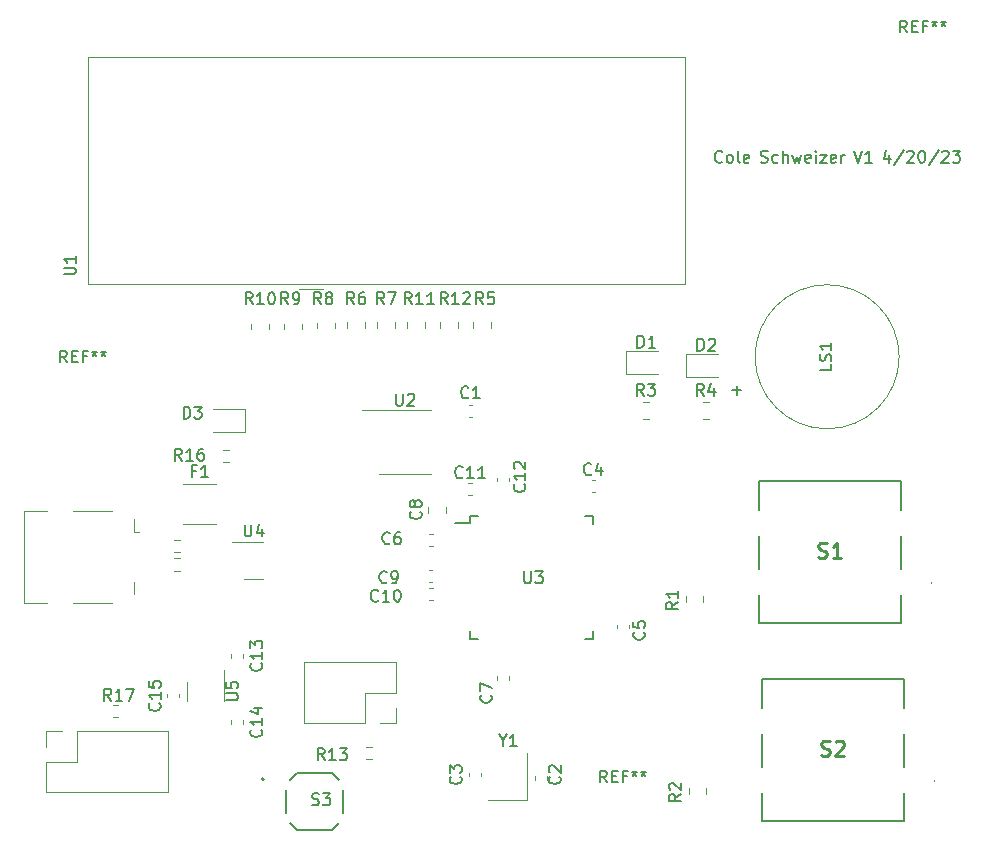
<source format=gbr>
%TF.GenerationSoftware,KiCad,Pcbnew,(7.0.0)*%
%TF.CreationDate,2023-04-20T18:50:50-06:00*%
%TF.ProjectId,Phase_B_ATMEGA_v3,50686173-655f-4425-9f41-544d4547415f,rev?*%
%TF.SameCoordinates,Original*%
%TF.FileFunction,Legend,Top*%
%TF.FilePolarity,Positive*%
%FSLAX46Y46*%
G04 Gerber Fmt 4.6, Leading zero omitted, Abs format (unit mm)*
G04 Created by KiCad (PCBNEW (7.0.0)) date 2023-04-20 18:50:50*
%MOMM*%
%LPD*%
G01*
G04 APERTURE LIST*
%ADD10C,0.150000*%
%ADD11C,0.254000*%
%ADD12C,0.120000*%
%ADD13C,0.100000*%
%ADD14C,0.200000*%
%ADD15C,0.127000*%
G04 APERTURE END LIST*
D10*
X153209523Y-91127142D02*
X153161904Y-91174761D01*
X153161904Y-91174761D02*
X153019047Y-91222380D01*
X153019047Y-91222380D02*
X152923809Y-91222380D01*
X152923809Y-91222380D02*
X152780952Y-91174761D01*
X152780952Y-91174761D02*
X152685714Y-91079523D01*
X152685714Y-91079523D02*
X152638095Y-90984285D01*
X152638095Y-90984285D02*
X152590476Y-90793809D01*
X152590476Y-90793809D02*
X152590476Y-90650952D01*
X152590476Y-90650952D02*
X152638095Y-90460476D01*
X152638095Y-90460476D02*
X152685714Y-90365238D01*
X152685714Y-90365238D02*
X152780952Y-90270000D01*
X152780952Y-90270000D02*
X152923809Y-90222380D01*
X152923809Y-90222380D02*
X153019047Y-90222380D01*
X153019047Y-90222380D02*
X153161904Y-90270000D01*
X153161904Y-90270000D02*
X153209523Y-90317619D01*
X153780952Y-91222380D02*
X153685714Y-91174761D01*
X153685714Y-91174761D02*
X153638095Y-91127142D01*
X153638095Y-91127142D02*
X153590476Y-91031904D01*
X153590476Y-91031904D02*
X153590476Y-90746190D01*
X153590476Y-90746190D02*
X153638095Y-90650952D01*
X153638095Y-90650952D02*
X153685714Y-90603333D01*
X153685714Y-90603333D02*
X153780952Y-90555714D01*
X153780952Y-90555714D02*
X153923809Y-90555714D01*
X153923809Y-90555714D02*
X154019047Y-90603333D01*
X154019047Y-90603333D02*
X154066666Y-90650952D01*
X154066666Y-90650952D02*
X154114285Y-90746190D01*
X154114285Y-90746190D02*
X154114285Y-91031904D01*
X154114285Y-91031904D02*
X154066666Y-91127142D01*
X154066666Y-91127142D02*
X154019047Y-91174761D01*
X154019047Y-91174761D02*
X153923809Y-91222380D01*
X153923809Y-91222380D02*
X153780952Y-91222380D01*
X154685714Y-91222380D02*
X154590476Y-91174761D01*
X154590476Y-91174761D02*
X154542857Y-91079523D01*
X154542857Y-91079523D02*
X154542857Y-90222380D01*
X155447619Y-91174761D02*
X155352381Y-91222380D01*
X155352381Y-91222380D02*
X155161905Y-91222380D01*
X155161905Y-91222380D02*
X155066667Y-91174761D01*
X155066667Y-91174761D02*
X155019048Y-91079523D01*
X155019048Y-91079523D02*
X155019048Y-90698571D01*
X155019048Y-90698571D02*
X155066667Y-90603333D01*
X155066667Y-90603333D02*
X155161905Y-90555714D01*
X155161905Y-90555714D02*
X155352381Y-90555714D01*
X155352381Y-90555714D02*
X155447619Y-90603333D01*
X155447619Y-90603333D02*
X155495238Y-90698571D01*
X155495238Y-90698571D02*
X155495238Y-90793809D01*
X155495238Y-90793809D02*
X155019048Y-90889047D01*
X156476191Y-91174761D02*
X156619048Y-91222380D01*
X156619048Y-91222380D02*
X156857143Y-91222380D01*
X156857143Y-91222380D02*
X156952381Y-91174761D01*
X156952381Y-91174761D02*
X157000000Y-91127142D01*
X157000000Y-91127142D02*
X157047619Y-91031904D01*
X157047619Y-91031904D02*
X157047619Y-90936666D01*
X157047619Y-90936666D02*
X157000000Y-90841428D01*
X157000000Y-90841428D02*
X156952381Y-90793809D01*
X156952381Y-90793809D02*
X156857143Y-90746190D01*
X156857143Y-90746190D02*
X156666667Y-90698571D01*
X156666667Y-90698571D02*
X156571429Y-90650952D01*
X156571429Y-90650952D02*
X156523810Y-90603333D01*
X156523810Y-90603333D02*
X156476191Y-90508095D01*
X156476191Y-90508095D02*
X156476191Y-90412857D01*
X156476191Y-90412857D02*
X156523810Y-90317619D01*
X156523810Y-90317619D02*
X156571429Y-90270000D01*
X156571429Y-90270000D02*
X156666667Y-90222380D01*
X156666667Y-90222380D02*
X156904762Y-90222380D01*
X156904762Y-90222380D02*
X157047619Y-90270000D01*
X157904762Y-91174761D02*
X157809524Y-91222380D01*
X157809524Y-91222380D02*
X157619048Y-91222380D01*
X157619048Y-91222380D02*
X157523810Y-91174761D01*
X157523810Y-91174761D02*
X157476191Y-91127142D01*
X157476191Y-91127142D02*
X157428572Y-91031904D01*
X157428572Y-91031904D02*
X157428572Y-90746190D01*
X157428572Y-90746190D02*
X157476191Y-90650952D01*
X157476191Y-90650952D02*
X157523810Y-90603333D01*
X157523810Y-90603333D02*
X157619048Y-90555714D01*
X157619048Y-90555714D02*
X157809524Y-90555714D01*
X157809524Y-90555714D02*
X157904762Y-90603333D01*
X158333334Y-91222380D02*
X158333334Y-90222380D01*
X158761905Y-91222380D02*
X158761905Y-90698571D01*
X158761905Y-90698571D02*
X158714286Y-90603333D01*
X158714286Y-90603333D02*
X158619048Y-90555714D01*
X158619048Y-90555714D02*
X158476191Y-90555714D01*
X158476191Y-90555714D02*
X158380953Y-90603333D01*
X158380953Y-90603333D02*
X158333334Y-90650952D01*
X159142858Y-90555714D02*
X159333334Y-91222380D01*
X159333334Y-91222380D02*
X159523810Y-90746190D01*
X159523810Y-90746190D02*
X159714286Y-91222380D01*
X159714286Y-91222380D02*
X159904762Y-90555714D01*
X160666667Y-91174761D02*
X160571429Y-91222380D01*
X160571429Y-91222380D02*
X160380953Y-91222380D01*
X160380953Y-91222380D02*
X160285715Y-91174761D01*
X160285715Y-91174761D02*
X160238096Y-91079523D01*
X160238096Y-91079523D02*
X160238096Y-90698571D01*
X160238096Y-90698571D02*
X160285715Y-90603333D01*
X160285715Y-90603333D02*
X160380953Y-90555714D01*
X160380953Y-90555714D02*
X160571429Y-90555714D01*
X160571429Y-90555714D02*
X160666667Y-90603333D01*
X160666667Y-90603333D02*
X160714286Y-90698571D01*
X160714286Y-90698571D02*
X160714286Y-90793809D01*
X160714286Y-90793809D02*
X160238096Y-90889047D01*
X161142858Y-91222380D02*
X161142858Y-90555714D01*
X161142858Y-90222380D02*
X161095239Y-90270000D01*
X161095239Y-90270000D02*
X161142858Y-90317619D01*
X161142858Y-90317619D02*
X161190477Y-90270000D01*
X161190477Y-90270000D02*
X161142858Y-90222380D01*
X161142858Y-90222380D02*
X161142858Y-90317619D01*
X161523810Y-90555714D02*
X162047619Y-90555714D01*
X162047619Y-90555714D02*
X161523810Y-91222380D01*
X161523810Y-91222380D02*
X162047619Y-91222380D01*
X162809524Y-91174761D02*
X162714286Y-91222380D01*
X162714286Y-91222380D02*
X162523810Y-91222380D01*
X162523810Y-91222380D02*
X162428572Y-91174761D01*
X162428572Y-91174761D02*
X162380953Y-91079523D01*
X162380953Y-91079523D02*
X162380953Y-90698571D01*
X162380953Y-90698571D02*
X162428572Y-90603333D01*
X162428572Y-90603333D02*
X162523810Y-90555714D01*
X162523810Y-90555714D02*
X162714286Y-90555714D01*
X162714286Y-90555714D02*
X162809524Y-90603333D01*
X162809524Y-90603333D02*
X162857143Y-90698571D01*
X162857143Y-90698571D02*
X162857143Y-90793809D01*
X162857143Y-90793809D02*
X162380953Y-90889047D01*
X163285715Y-91222380D02*
X163285715Y-90555714D01*
X163285715Y-90746190D02*
X163333334Y-90650952D01*
X163333334Y-90650952D02*
X163380953Y-90603333D01*
X163380953Y-90603333D02*
X163476191Y-90555714D01*
X163476191Y-90555714D02*
X163571429Y-90555714D01*
X164361906Y-90222380D02*
X164695239Y-91222380D01*
X164695239Y-91222380D02*
X165028572Y-90222380D01*
X165885715Y-91222380D02*
X165314287Y-91222380D01*
X165600001Y-91222380D02*
X165600001Y-90222380D01*
X165600001Y-90222380D02*
X165504763Y-90365238D01*
X165504763Y-90365238D02*
X165409525Y-90460476D01*
X165409525Y-90460476D02*
X165314287Y-90508095D01*
X167342858Y-90555714D02*
X167342858Y-91222380D01*
X167104763Y-90174761D02*
X166866668Y-90889047D01*
X166866668Y-90889047D02*
X167485715Y-90889047D01*
X168580953Y-90174761D02*
X167723811Y-91460476D01*
X168866668Y-90317619D02*
X168914287Y-90270000D01*
X168914287Y-90270000D02*
X169009525Y-90222380D01*
X169009525Y-90222380D02*
X169247620Y-90222380D01*
X169247620Y-90222380D02*
X169342858Y-90270000D01*
X169342858Y-90270000D02*
X169390477Y-90317619D01*
X169390477Y-90317619D02*
X169438096Y-90412857D01*
X169438096Y-90412857D02*
X169438096Y-90508095D01*
X169438096Y-90508095D02*
X169390477Y-90650952D01*
X169390477Y-90650952D02*
X168819049Y-91222380D01*
X168819049Y-91222380D02*
X169438096Y-91222380D01*
X170057144Y-90222380D02*
X170152382Y-90222380D01*
X170152382Y-90222380D02*
X170247620Y-90270000D01*
X170247620Y-90270000D02*
X170295239Y-90317619D01*
X170295239Y-90317619D02*
X170342858Y-90412857D01*
X170342858Y-90412857D02*
X170390477Y-90603333D01*
X170390477Y-90603333D02*
X170390477Y-90841428D01*
X170390477Y-90841428D02*
X170342858Y-91031904D01*
X170342858Y-91031904D02*
X170295239Y-91127142D01*
X170295239Y-91127142D02*
X170247620Y-91174761D01*
X170247620Y-91174761D02*
X170152382Y-91222380D01*
X170152382Y-91222380D02*
X170057144Y-91222380D01*
X170057144Y-91222380D02*
X169961906Y-91174761D01*
X169961906Y-91174761D02*
X169914287Y-91127142D01*
X169914287Y-91127142D02*
X169866668Y-91031904D01*
X169866668Y-91031904D02*
X169819049Y-90841428D01*
X169819049Y-90841428D02*
X169819049Y-90603333D01*
X169819049Y-90603333D02*
X169866668Y-90412857D01*
X169866668Y-90412857D02*
X169914287Y-90317619D01*
X169914287Y-90317619D02*
X169961906Y-90270000D01*
X169961906Y-90270000D02*
X170057144Y-90222380D01*
X171533334Y-90174761D02*
X170676192Y-91460476D01*
X171819049Y-90317619D02*
X171866668Y-90270000D01*
X171866668Y-90270000D02*
X171961906Y-90222380D01*
X171961906Y-90222380D02*
X172200001Y-90222380D01*
X172200001Y-90222380D02*
X172295239Y-90270000D01*
X172295239Y-90270000D02*
X172342858Y-90317619D01*
X172342858Y-90317619D02*
X172390477Y-90412857D01*
X172390477Y-90412857D02*
X172390477Y-90508095D01*
X172390477Y-90508095D02*
X172342858Y-90650952D01*
X172342858Y-90650952D02*
X171771430Y-91222380D01*
X171771430Y-91222380D02*
X172390477Y-91222380D01*
X172723811Y-90222380D02*
X173342858Y-90222380D01*
X173342858Y-90222380D02*
X173009525Y-90603333D01*
X173009525Y-90603333D02*
X173152382Y-90603333D01*
X173152382Y-90603333D02*
X173247620Y-90650952D01*
X173247620Y-90650952D02*
X173295239Y-90698571D01*
X173295239Y-90698571D02*
X173342858Y-90793809D01*
X173342858Y-90793809D02*
X173342858Y-91031904D01*
X173342858Y-91031904D02*
X173295239Y-91127142D01*
X173295239Y-91127142D02*
X173247620Y-91174761D01*
X173247620Y-91174761D02*
X173152382Y-91222380D01*
X173152382Y-91222380D02*
X172866668Y-91222380D01*
X172866668Y-91222380D02*
X172771430Y-91174761D01*
X172771430Y-91174761D02*
X172723811Y-91127142D01*
%TO.C,REF\u002A\u002A*%
X143446666Y-143687380D02*
X143113333Y-143211190D01*
X142875238Y-143687380D02*
X142875238Y-142687380D01*
X142875238Y-142687380D02*
X143256190Y-142687380D01*
X143256190Y-142687380D02*
X143351428Y-142735000D01*
X143351428Y-142735000D02*
X143399047Y-142782619D01*
X143399047Y-142782619D02*
X143446666Y-142877857D01*
X143446666Y-142877857D02*
X143446666Y-143020714D01*
X143446666Y-143020714D02*
X143399047Y-143115952D01*
X143399047Y-143115952D02*
X143351428Y-143163571D01*
X143351428Y-143163571D02*
X143256190Y-143211190D01*
X143256190Y-143211190D02*
X142875238Y-143211190D01*
X143875238Y-143163571D02*
X144208571Y-143163571D01*
X144351428Y-143687380D02*
X143875238Y-143687380D01*
X143875238Y-143687380D02*
X143875238Y-142687380D01*
X143875238Y-142687380D02*
X144351428Y-142687380D01*
X145113333Y-143163571D02*
X144780000Y-143163571D01*
X144780000Y-143687380D02*
X144780000Y-142687380D01*
X144780000Y-142687380D02*
X145256190Y-142687380D01*
X145780000Y-142687380D02*
X145780000Y-142925476D01*
X145541905Y-142830238D02*
X145780000Y-142925476D01*
X145780000Y-142925476D02*
X146018095Y-142830238D01*
X145637143Y-143115952D02*
X145780000Y-142925476D01*
X145780000Y-142925476D02*
X145922857Y-143115952D01*
X146541905Y-142687380D02*
X146541905Y-142925476D01*
X146303810Y-142830238D02*
X146541905Y-142925476D01*
X146541905Y-142925476D02*
X146780000Y-142830238D01*
X146399048Y-143115952D02*
X146541905Y-142925476D01*
X146541905Y-142925476D02*
X146684762Y-143115952D01*
X97726666Y-108127380D02*
X97393333Y-107651190D01*
X97155238Y-108127380D02*
X97155238Y-107127380D01*
X97155238Y-107127380D02*
X97536190Y-107127380D01*
X97536190Y-107127380D02*
X97631428Y-107175000D01*
X97631428Y-107175000D02*
X97679047Y-107222619D01*
X97679047Y-107222619D02*
X97726666Y-107317857D01*
X97726666Y-107317857D02*
X97726666Y-107460714D01*
X97726666Y-107460714D02*
X97679047Y-107555952D01*
X97679047Y-107555952D02*
X97631428Y-107603571D01*
X97631428Y-107603571D02*
X97536190Y-107651190D01*
X97536190Y-107651190D02*
X97155238Y-107651190D01*
X98155238Y-107603571D02*
X98488571Y-107603571D01*
X98631428Y-108127380D02*
X98155238Y-108127380D01*
X98155238Y-108127380D02*
X98155238Y-107127380D01*
X98155238Y-107127380D02*
X98631428Y-107127380D01*
X99393333Y-107603571D02*
X99060000Y-107603571D01*
X99060000Y-108127380D02*
X99060000Y-107127380D01*
X99060000Y-107127380D02*
X99536190Y-107127380D01*
X100060000Y-107127380D02*
X100060000Y-107365476D01*
X99821905Y-107270238D02*
X100060000Y-107365476D01*
X100060000Y-107365476D02*
X100298095Y-107270238D01*
X99917143Y-107555952D02*
X100060000Y-107365476D01*
X100060000Y-107365476D02*
X100202857Y-107555952D01*
X100821905Y-107127380D02*
X100821905Y-107365476D01*
X100583810Y-107270238D02*
X100821905Y-107365476D01*
X100821905Y-107365476D02*
X101060000Y-107270238D01*
X100679048Y-107555952D02*
X100821905Y-107365476D01*
X100821905Y-107365476D02*
X100964762Y-107555952D01*
X168846666Y-80187380D02*
X168513333Y-79711190D01*
X168275238Y-80187380D02*
X168275238Y-79187380D01*
X168275238Y-79187380D02*
X168656190Y-79187380D01*
X168656190Y-79187380D02*
X168751428Y-79235000D01*
X168751428Y-79235000D02*
X168799047Y-79282619D01*
X168799047Y-79282619D02*
X168846666Y-79377857D01*
X168846666Y-79377857D02*
X168846666Y-79520714D01*
X168846666Y-79520714D02*
X168799047Y-79615952D01*
X168799047Y-79615952D02*
X168751428Y-79663571D01*
X168751428Y-79663571D02*
X168656190Y-79711190D01*
X168656190Y-79711190D02*
X168275238Y-79711190D01*
X169275238Y-79663571D02*
X169608571Y-79663571D01*
X169751428Y-80187380D02*
X169275238Y-80187380D01*
X169275238Y-80187380D02*
X169275238Y-79187380D01*
X169275238Y-79187380D02*
X169751428Y-79187380D01*
X170513333Y-79663571D02*
X170180000Y-79663571D01*
X170180000Y-80187380D02*
X170180000Y-79187380D01*
X170180000Y-79187380D02*
X170656190Y-79187380D01*
X171180000Y-79187380D02*
X171180000Y-79425476D01*
X170941905Y-79330238D02*
X171180000Y-79425476D01*
X171180000Y-79425476D02*
X171418095Y-79330238D01*
X171037143Y-79615952D02*
X171180000Y-79425476D01*
X171180000Y-79425476D02*
X171322857Y-79615952D01*
X171941905Y-79187380D02*
X171941905Y-79425476D01*
X171703810Y-79330238D02*
X171941905Y-79425476D01*
X171941905Y-79425476D02*
X172180000Y-79330238D01*
X171799048Y-79615952D02*
X171941905Y-79425476D01*
X171941905Y-79425476D02*
X172084762Y-79615952D01*
%TO.C,R17*%
X101465142Y-136765380D02*
X101131809Y-136289190D01*
X100893714Y-136765380D02*
X100893714Y-135765380D01*
X100893714Y-135765380D02*
X101274666Y-135765380D01*
X101274666Y-135765380D02*
X101369904Y-135813000D01*
X101369904Y-135813000D02*
X101417523Y-135860619D01*
X101417523Y-135860619D02*
X101465142Y-135955857D01*
X101465142Y-135955857D02*
X101465142Y-136098714D01*
X101465142Y-136098714D02*
X101417523Y-136193952D01*
X101417523Y-136193952D02*
X101369904Y-136241571D01*
X101369904Y-136241571D02*
X101274666Y-136289190D01*
X101274666Y-136289190D02*
X100893714Y-136289190D01*
X102417523Y-136765380D02*
X101846095Y-136765380D01*
X102131809Y-136765380D02*
X102131809Y-135765380D01*
X102131809Y-135765380D02*
X102036571Y-135908238D01*
X102036571Y-135908238D02*
X101941333Y-136003476D01*
X101941333Y-136003476D02*
X101846095Y-136051095D01*
X102750857Y-135765380D02*
X103417523Y-135765380D01*
X103417523Y-135765380D02*
X102988952Y-136765380D01*
%TO.C,R13*%
X119537142Y-141805380D02*
X119203809Y-141329190D01*
X118965714Y-141805380D02*
X118965714Y-140805380D01*
X118965714Y-140805380D02*
X119346666Y-140805380D01*
X119346666Y-140805380D02*
X119441904Y-140853000D01*
X119441904Y-140853000D02*
X119489523Y-140900619D01*
X119489523Y-140900619D02*
X119537142Y-140995857D01*
X119537142Y-140995857D02*
X119537142Y-141138714D01*
X119537142Y-141138714D02*
X119489523Y-141233952D01*
X119489523Y-141233952D02*
X119441904Y-141281571D01*
X119441904Y-141281571D02*
X119346666Y-141329190D01*
X119346666Y-141329190D02*
X118965714Y-141329190D01*
X120489523Y-141805380D02*
X119918095Y-141805380D01*
X120203809Y-141805380D02*
X120203809Y-140805380D01*
X120203809Y-140805380D02*
X120108571Y-140948238D01*
X120108571Y-140948238D02*
X120013333Y-141043476D01*
X120013333Y-141043476D02*
X119918095Y-141091095D01*
X120822857Y-140805380D02*
X121441904Y-140805380D01*
X121441904Y-140805380D02*
X121108571Y-141186333D01*
X121108571Y-141186333D02*
X121251428Y-141186333D01*
X121251428Y-141186333D02*
X121346666Y-141233952D01*
X121346666Y-141233952D02*
X121394285Y-141281571D01*
X121394285Y-141281571D02*
X121441904Y-141376809D01*
X121441904Y-141376809D02*
X121441904Y-141614904D01*
X121441904Y-141614904D02*
X121394285Y-141710142D01*
X121394285Y-141710142D02*
X121346666Y-141757761D01*
X121346666Y-141757761D02*
X121251428Y-141805380D01*
X121251428Y-141805380D02*
X120965714Y-141805380D01*
X120965714Y-141805380D02*
X120870476Y-141757761D01*
X120870476Y-141757761D02*
X120822857Y-141710142D01*
%TO.C,C12*%
X136454142Y-118458857D02*
X136501761Y-118506476D01*
X136501761Y-118506476D02*
X136549380Y-118649333D01*
X136549380Y-118649333D02*
X136549380Y-118744571D01*
X136549380Y-118744571D02*
X136501761Y-118887428D01*
X136501761Y-118887428D02*
X136406523Y-118982666D01*
X136406523Y-118982666D02*
X136311285Y-119030285D01*
X136311285Y-119030285D02*
X136120809Y-119077904D01*
X136120809Y-119077904D02*
X135977952Y-119077904D01*
X135977952Y-119077904D02*
X135787476Y-119030285D01*
X135787476Y-119030285D02*
X135692238Y-118982666D01*
X135692238Y-118982666D02*
X135597000Y-118887428D01*
X135597000Y-118887428D02*
X135549380Y-118744571D01*
X135549380Y-118744571D02*
X135549380Y-118649333D01*
X135549380Y-118649333D02*
X135597000Y-118506476D01*
X135597000Y-118506476D02*
X135644619Y-118458857D01*
X136549380Y-117506476D02*
X136549380Y-118077904D01*
X136549380Y-117792190D02*
X135549380Y-117792190D01*
X135549380Y-117792190D02*
X135692238Y-117887428D01*
X135692238Y-117887428D02*
X135787476Y-117982666D01*
X135787476Y-117982666D02*
X135835095Y-118077904D01*
X135644619Y-117125523D02*
X135597000Y-117077904D01*
X135597000Y-117077904D02*
X135549380Y-116982666D01*
X135549380Y-116982666D02*
X135549380Y-116744571D01*
X135549380Y-116744571D02*
X135597000Y-116649333D01*
X135597000Y-116649333D02*
X135644619Y-116601714D01*
X135644619Y-116601714D02*
X135739857Y-116554095D01*
X135739857Y-116554095D02*
X135835095Y-116554095D01*
X135835095Y-116554095D02*
X135977952Y-116601714D01*
X135977952Y-116601714D02*
X136549380Y-117173142D01*
X136549380Y-117173142D02*
X136549380Y-116554095D01*
%TO.C,R2*%
X149719380Y-144692666D02*
X149243190Y-145025999D01*
X149719380Y-145264094D02*
X148719380Y-145264094D01*
X148719380Y-145264094D02*
X148719380Y-144883142D01*
X148719380Y-144883142D02*
X148767000Y-144787904D01*
X148767000Y-144787904D02*
X148814619Y-144740285D01*
X148814619Y-144740285D02*
X148909857Y-144692666D01*
X148909857Y-144692666D02*
X149052714Y-144692666D01*
X149052714Y-144692666D02*
X149147952Y-144740285D01*
X149147952Y-144740285D02*
X149195571Y-144787904D01*
X149195571Y-144787904D02*
X149243190Y-144883142D01*
X149243190Y-144883142D02*
X149243190Y-145264094D01*
X148814619Y-144311713D02*
X148767000Y-144264094D01*
X148767000Y-144264094D02*
X148719380Y-144168856D01*
X148719380Y-144168856D02*
X148719380Y-143930761D01*
X148719380Y-143930761D02*
X148767000Y-143835523D01*
X148767000Y-143835523D02*
X148814619Y-143787904D01*
X148814619Y-143787904D02*
X148909857Y-143740285D01*
X148909857Y-143740285D02*
X149005095Y-143740285D01*
X149005095Y-143740285D02*
X149147952Y-143787904D01*
X149147952Y-143787904D02*
X149719380Y-144359332D01*
X149719380Y-144359332D02*
X149719380Y-143740285D01*
%TO.C,D2*%
X151113405Y-107135380D02*
X151113405Y-106135380D01*
X151113405Y-106135380D02*
X151351500Y-106135380D01*
X151351500Y-106135380D02*
X151494357Y-106183000D01*
X151494357Y-106183000D02*
X151589595Y-106278238D01*
X151589595Y-106278238D02*
X151637214Y-106373476D01*
X151637214Y-106373476D02*
X151684833Y-106563952D01*
X151684833Y-106563952D02*
X151684833Y-106706809D01*
X151684833Y-106706809D02*
X151637214Y-106897285D01*
X151637214Y-106897285D02*
X151589595Y-106992523D01*
X151589595Y-106992523D02*
X151494357Y-107087761D01*
X151494357Y-107087761D02*
X151351500Y-107135380D01*
X151351500Y-107135380D02*
X151113405Y-107135380D01*
X152065786Y-106230619D02*
X152113405Y-106183000D01*
X152113405Y-106183000D02*
X152208643Y-106135380D01*
X152208643Y-106135380D02*
X152446738Y-106135380D01*
X152446738Y-106135380D02*
X152541976Y-106183000D01*
X152541976Y-106183000D02*
X152589595Y-106230619D01*
X152589595Y-106230619D02*
X152637214Y-106325857D01*
X152637214Y-106325857D02*
X152637214Y-106421095D01*
X152637214Y-106421095D02*
X152589595Y-106563952D01*
X152589595Y-106563952D02*
X152018167Y-107135380D01*
X152018167Y-107135380D02*
X152637214Y-107135380D01*
%TO.C,C3*%
X131044142Y-143195666D02*
X131091761Y-143243285D01*
X131091761Y-143243285D02*
X131139380Y-143386142D01*
X131139380Y-143386142D02*
X131139380Y-143481380D01*
X131139380Y-143481380D02*
X131091761Y-143624237D01*
X131091761Y-143624237D02*
X130996523Y-143719475D01*
X130996523Y-143719475D02*
X130901285Y-143767094D01*
X130901285Y-143767094D02*
X130710809Y-143814713D01*
X130710809Y-143814713D02*
X130567952Y-143814713D01*
X130567952Y-143814713D02*
X130377476Y-143767094D01*
X130377476Y-143767094D02*
X130282238Y-143719475D01*
X130282238Y-143719475D02*
X130187000Y-143624237D01*
X130187000Y-143624237D02*
X130139380Y-143481380D01*
X130139380Y-143481380D02*
X130139380Y-143386142D01*
X130139380Y-143386142D02*
X130187000Y-143243285D01*
X130187000Y-143243285D02*
X130234619Y-143195666D01*
X130139380Y-142862332D02*
X130139380Y-142243285D01*
X130139380Y-142243285D02*
X130520333Y-142576618D01*
X130520333Y-142576618D02*
X130520333Y-142433761D01*
X130520333Y-142433761D02*
X130567952Y-142338523D01*
X130567952Y-142338523D02*
X130615571Y-142290904D01*
X130615571Y-142290904D02*
X130710809Y-142243285D01*
X130710809Y-142243285D02*
X130948904Y-142243285D01*
X130948904Y-142243285D02*
X131044142Y-142290904D01*
X131044142Y-142290904D02*
X131091761Y-142338523D01*
X131091761Y-142338523D02*
X131139380Y-142433761D01*
X131139380Y-142433761D02*
X131139380Y-142719475D01*
X131139380Y-142719475D02*
X131091761Y-142814713D01*
X131091761Y-142814713D02*
X131044142Y-142862332D01*
%TO.C,LS1*%
X162457380Y-108298857D02*
X162457380Y-108775047D01*
X162457380Y-108775047D02*
X161457380Y-108775047D01*
X162409761Y-108013142D02*
X162457380Y-107870285D01*
X162457380Y-107870285D02*
X162457380Y-107632190D01*
X162457380Y-107632190D02*
X162409761Y-107536952D01*
X162409761Y-107536952D02*
X162362142Y-107489333D01*
X162362142Y-107489333D02*
X162266904Y-107441714D01*
X162266904Y-107441714D02*
X162171666Y-107441714D01*
X162171666Y-107441714D02*
X162076428Y-107489333D01*
X162076428Y-107489333D02*
X162028809Y-107536952D01*
X162028809Y-107536952D02*
X161981190Y-107632190D01*
X161981190Y-107632190D02*
X161933571Y-107822666D01*
X161933571Y-107822666D02*
X161885952Y-107917904D01*
X161885952Y-107917904D02*
X161838333Y-107965523D01*
X161838333Y-107965523D02*
X161743095Y-108013142D01*
X161743095Y-108013142D02*
X161647857Y-108013142D01*
X161647857Y-108013142D02*
X161552619Y-107965523D01*
X161552619Y-107965523D02*
X161505000Y-107917904D01*
X161505000Y-107917904D02*
X161457380Y-107822666D01*
X161457380Y-107822666D02*
X161457380Y-107584571D01*
X161457380Y-107584571D02*
X161505000Y-107441714D01*
X162457380Y-106489333D02*
X162457380Y-107060761D01*
X162457380Y-106775047D02*
X161457380Y-106775047D01*
X161457380Y-106775047D02*
X161600238Y-106870285D01*
X161600238Y-106870285D02*
X161695476Y-106965523D01*
X161695476Y-106965523D02*
X161743095Y-107060761D01*
X154418428Y-110870951D02*
X154418428Y-110109047D01*
X154799380Y-110489999D02*
X154037476Y-110489999D01*
%TO.C,R6*%
X122045333Y-103197380D02*
X121712000Y-102721190D01*
X121473905Y-103197380D02*
X121473905Y-102197380D01*
X121473905Y-102197380D02*
X121854857Y-102197380D01*
X121854857Y-102197380D02*
X121950095Y-102245000D01*
X121950095Y-102245000D02*
X121997714Y-102292619D01*
X121997714Y-102292619D02*
X122045333Y-102387857D01*
X122045333Y-102387857D02*
X122045333Y-102530714D01*
X122045333Y-102530714D02*
X121997714Y-102625952D01*
X121997714Y-102625952D02*
X121950095Y-102673571D01*
X121950095Y-102673571D02*
X121854857Y-102721190D01*
X121854857Y-102721190D02*
X121473905Y-102721190D01*
X122902476Y-102197380D02*
X122712000Y-102197380D01*
X122712000Y-102197380D02*
X122616762Y-102245000D01*
X122616762Y-102245000D02*
X122569143Y-102292619D01*
X122569143Y-102292619D02*
X122473905Y-102435476D01*
X122473905Y-102435476D02*
X122426286Y-102625952D01*
X122426286Y-102625952D02*
X122426286Y-103006904D01*
X122426286Y-103006904D02*
X122473905Y-103102142D01*
X122473905Y-103102142D02*
X122521524Y-103149761D01*
X122521524Y-103149761D02*
X122616762Y-103197380D01*
X122616762Y-103197380D02*
X122807238Y-103197380D01*
X122807238Y-103197380D02*
X122902476Y-103149761D01*
X122902476Y-103149761D02*
X122950095Y-103102142D01*
X122950095Y-103102142D02*
X122997714Y-103006904D01*
X122997714Y-103006904D02*
X122997714Y-102768809D01*
X122997714Y-102768809D02*
X122950095Y-102673571D01*
X122950095Y-102673571D02*
X122902476Y-102625952D01*
X122902476Y-102625952D02*
X122807238Y-102578333D01*
X122807238Y-102578333D02*
X122616762Y-102578333D01*
X122616762Y-102578333D02*
X122521524Y-102625952D01*
X122521524Y-102625952D02*
X122473905Y-102673571D01*
X122473905Y-102673571D02*
X122426286Y-102768809D01*
%TO.C,C13*%
X114157642Y-133619357D02*
X114205261Y-133666976D01*
X114205261Y-133666976D02*
X114252880Y-133809833D01*
X114252880Y-133809833D02*
X114252880Y-133905071D01*
X114252880Y-133905071D02*
X114205261Y-134047928D01*
X114205261Y-134047928D02*
X114110023Y-134143166D01*
X114110023Y-134143166D02*
X114014785Y-134190785D01*
X114014785Y-134190785D02*
X113824309Y-134238404D01*
X113824309Y-134238404D02*
X113681452Y-134238404D01*
X113681452Y-134238404D02*
X113490976Y-134190785D01*
X113490976Y-134190785D02*
X113395738Y-134143166D01*
X113395738Y-134143166D02*
X113300500Y-134047928D01*
X113300500Y-134047928D02*
X113252880Y-133905071D01*
X113252880Y-133905071D02*
X113252880Y-133809833D01*
X113252880Y-133809833D02*
X113300500Y-133666976D01*
X113300500Y-133666976D02*
X113348119Y-133619357D01*
X114252880Y-132666976D02*
X114252880Y-133238404D01*
X114252880Y-132952690D02*
X113252880Y-132952690D01*
X113252880Y-132952690D02*
X113395738Y-133047928D01*
X113395738Y-133047928D02*
X113490976Y-133143166D01*
X113490976Y-133143166D02*
X113538595Y-133238404D01*
X113252880Y-132333642D02*
X113252880Y-131714595D01*
X113252880Y-131714595D02*
X113633833Y-132047928D01*
X113633833Y-132047928D02*
X113633833Y-131905071D01*
X113633833Y-131905071D02*
X113681452Y-131809833D01*
X113681452Y-131809833D02*
X113729071Y-131762214D01*
X113729071Y-131762214D02*
X113824309Y-131714595D01*
X113824309Y-131714595D02*
X114062404Y-131714595D01*
X114062404Y-131714595D02*
X114157642Y-131762214D01*
X114157642Y-131762214D02*
X114205261Y-131809833D01*
X114205261Y-131809833D02*
X114252880Y-131905071D01*
X114252880Y-131905071D02*
X114252880Y-132190785D01*
X114252880Y-132190785D02*
X114205261Y-132286023D01*
X114205261Y-132286023D02*
X114157642Y-132333642D01*
%TO.C,C6*%
X125055333Y-123422142D02*
X125007714Y-123469761D01*
X125007714Y-123469761D02*
X124864857Y-123517380D01*
X124864857Y-123517380D02*
X124769619Y-123517380D01*
X124769619Y-123517380D02*
X124626762Y-123469761D01*
X124626762Y-123469761D02*
X124531524Y-123374523D01*
X124531524Y-123374523D02*
X124483905Y-123279285D01*
X124483905Y-123279285D02*
X124436286Y-123088809D01*
X124436286Y-123088809D02*
X124436286Y-122945952D01*
X124436286Y-122945952D02*
X124483905Y-122755476D01*
X124483905Y-122755476D02*
X124531524Y-122660238D01*
X124531524Y-122660238D02*
X124626762Y-122565000D01*
X124626762Y-122565000D02*
X124769619Y-122517380D01*
X124769619Y-122517380D02*
X124864857Y-122517380D01*
X124864857Y-122517380D02*
X125007714Y-122565000D01*
X125007714Y-122565000D02*
X125055333Y-122612619D01*
X125912476Y-122517380D02*
X125722000Y-122517380D01*
X125722000Y-122517380D02*
X125626762Y-122565000D01*
X125626762Y-122565000D02*
X125579143Y-122612619D01*
X125579143Y-122612619D02*
X125483905Y-122755476D01*
X125483905Y-122755476D02*
X125436286Y-122945952D01*
X125436286Y-122945952D02*
X125436286Y-123326904D01*
X125436286Y-123326904D02*
X125483905Y-123422142D01*
X125483905Y-123422142D02*
X125531524Y-123469761D01*
X125531524Y-123469761D02*
X125626762Y-123517380D01*
X125626762Y-123517380D02*
X125817238Y-123517380D01*
X125817238Y-123517380D02*
X125912476Y-123469761D01*
X125912476Y-123469761D02*
X125960095Y-123422142D01*
X125960095Y-123422142D02*
X126007714Y-123326904D01*
X126007714Y-123326904D02*
X126007714Y-123088809D01*
X126007714Y-123088809D02*
X125960095Y-122993571D01*
X125960095Y-122993571D02*
X125912476Y-122945952D01*
X125912476Y-122945952D02*
X125817238Y-122898333D01*
X125817238Y-122898333D02*
X125626762Y-122898333D01*
X125626762Y-122898333D02*
X125531524Y-122945952D01*
X125531524Y-122945952D02*
X125483905Y-122993571D01*
X125483905Y-122993571D02*
X125436286Y-123088809D01*
%TO.C,Y1*%
X134613809Y-140139190D02*
X134613809Y-140615380D01*
X134280476Y-139615380D02*
X134613809Y-140139190D01*
X134613809Y-140139190D02*
X134947142Y-139615380D01*
X135804285Y-140615380D02*
X135232857Y-140615380D01*
X135518571Y-140615380D02*
X135518571Y-139615380D01*
X135518571Y-139615380D02*
X135423333Y-139758238D01*
X135423333Y-139758238D02*
X135328095Y-139853476D01*
X135328095Y-139853476D02*
X135232857Y-139901095D01*
%TO.C,R8*%
X119251333Y-103197380D02*
X118918000Y-102721190D01*
X118679905Y-103197380D02*
X118679905Y-102197380D01*
X118679905Y-102197380D02*
X119060857Y-102197380D01*
X119060857Y-102197380D02*
X119156095Y-102245000D01*
X119156095Y-102245000D02*
X119203714Y-102292619D01*
X119203714Y-102292619D02*
X119251333Y-102387857D01*
X119251333Y-102387857D02*
X119251333Y-102530714D01*
X119251333Y-102530714D02*
X119203714Y-102625952D01*
X119203714Y-102625952D02*
X119156095Y-102673571D01*
X119156095Y-102673571D02*
X119060857Y-102721190D01*
X119060857Y-102721190D02*
X118679905Y-102721190D01*
X119822762Y-102625952D02*
X119727524Y-102578333D01*
X119727524Y-102578333D02*
X119679905Y-102530714D01*
X119679905Y-102530714D02*
X119632286Y-102435476D01*
X119632286Y-102435476D02*
X119632286Y-102387857D01*
X119632286Y-102387857D02*
X119679905Y-102292619D01*
X119679905Y-102292619D02*
X119727524Y-102245000D01*
X119727524Y-102245000D02*
X119822762Y-102197380D01*
X119822762Y-102197380D02*
X120013238Y-102197380D01*
X120013238Y-102197380D02*
X120108476Y-102245000D01*
X120108476Y-102245000D02*
X120156095Y-102292619D01*
X120156095Y-102292619D02*
X120203714Y-102387857D01*
X120203714Y-102387857D02*
X120203714Y-102435476D01*
X120203714Y-102435476D02*
X120156095Y-102530714D01*
X120156095Y-102530714D02*
X120108476Y-102578333D01*
X120108476Y-102578333D02*
X120013238Y-102625952D01*
X120013238Y-102625952D02*
X119822762Y-102625952D01*
X119822762Y-102625952D02*
X119727524Y-102673571D01*
X119727524Y-102673571D02*
X119679905Y-102721190D01*
X119679905Y-102721190D02*
X119632286Y-102816428D01*
X119632286Y-102816428D02*
X119632286Y-103006904D01*
X119632286Y-103006904D02*
X119679905Y-103102142D01*
X119679905Y-103102142D02*
X119727524Y-103149761D01*
X119727524Y-103149761D02*
X119822762Y-103197380D01*
X119822762Y-103197380D02*
X120013238Y-103197380D01*
X120013238Y-103197380D02*
X120108476Y-103149761D01*
X120108476Y-103149761D02*
X120156095Y-103102142D01*
X120156095Y-103102142D02*
X120203714Y-103006904D01*
X120203714Y-103006904D02*
X120203714Y-102816428D01*
X120203714Y-102816428D02*
X120156095Y-102721190D01*
X120156095Y-102721190D02*
X120108476Y-102673571D01*
X120108476Y-102673571D02*
X120013238Y-102625952D01*
%TO.C,R11*%
X126903142Y-103197380D02*
X126569809Y-102721190D01*
X126331714Y-103197380D02*
X126331714Y-102197380D01*
X126331714Y-102197380D02*
X126712666Y-102197380D01*
X126712666Y-102197380D02*
X126807904Y-102245000D01*
X126807904Y-102245000D02*
X126855523Y-102292619D01*
X126855523Y-102292619D02*
X126903142Y-102387857D01*
X126903142Y-102387857D02*
X126903142Y-102530714D01*
X126903142Y-102530714D02*
X126855523Y-102625952D01*
X126855523Y-102625952D02*
X126807904Y-102673571D01*
X126807904Y-102673571D02*
X126712666Y-102721190D01*
X126712666Y-102721190D02*
X126331714Y-102721190D01*
X127855523Y-103197380D02*
X127284095Y-103197380D01*
X127569809Y-103197380D02*
X127569809Y-102197380D01*
X127569809Y-102197380D02*
X127474571Y-102340238D01*
X127474571Y-102340238D02*
X127379333Y-102435476D01*
X127379333Y-102435476D02*
X127284095Y-102483095D01*
X128807904Y-103197380D02*
X128236476Y-103197380D01*
X128522190Y-103197380D02*
X128522190Y-102197380D01*
X128522190Y-102197380D02*
X128426952Y-102340238D01*
X128426952Y-102340238D02*
X128331714Y-102435476D01*
X128331714Y-102435476D02*
X128236476Y-102483095D01*
%TO.C,R9*%
X116457333Y-103197380D02*
X116124000Y-102721190D01*
X115885905Y-103197380D02*
X115885905Y-102197380D01*
X115885905Y-102197380D02*
X116266857Y-102197380D01*
X116266857Y-102197380D02*
X116362095Y-102245000D01*
X116362095Y-102245000D02*
X116409714Y-102292619D01*
X116409714Y-102292619D02*
X116457333Y-102387857D01*
X116457333Y-102387857D02*
X116457333Y-102530714D01*
X116457333Y-102530714D02*
X116409714Y-102625952D01*
X116409714Y-102625952D02*
X116362095Y-102673571D01*
X116362095Y-102673571D02*
X116266857Y-102721190D01*
X116266857Y-102721190D02*
X115885905Y-102721190D01*
X116933524Y-103197380D02*
X117124000Y-103197380D01*
X117124000Y-103197380D02*
X117219238Y-103149761D01*
X117219238Y-103149761D02*
X117266857Y-103102142D01*
X117266857Y-103102142D02*
X117362095Y-102959285D01*
X117362095Y-102959285D02*
X117409714Y-102768809D01*
X117409714Y-102768809D02*
X117409714Y-102387857D01*
X117409714Y-102387857D02*
X117362095Y-102292619D01*
X117362095Y-102292619D02*
X117314476Y-102245000D01*
X117314476Y-102245000D02*
X117219238Y-102197380D01*
X117219238Y-102197380D02*
X117028762Y-102197380D01*
X117028762Y-102197380D02*
X116933524Y-102245000D01*
X116933524Y-102245000D02*
X116885905Y-102292619D01*
X116885905Y-102292619D02*
X116838286Y-102387857D01*
X116838286Y-102387857D02*
X116838286Y-102625952D01*
X116838286Y-102625952D02*
X116885905Y-102721190D01*
X116885905Y-102721190D02*
X116933524Y-102768809D01*
X116933524Y-102768809D02*
X117028762Y-102816428D01*
X117028762Y-102816428D02*
X117219238Y-102816428D01*
X117219238Y-102816428D02*
X117314476Y-102768809D01*
X117314476Y-102768809D02*
X117362095Y-102721190D01*
X117362095Y-102721190D02*
X117409714Y-102625952D01*
%TO.C,F1*%
X108622166Y-117335571D02*
X108288833Y-117335571D01*
X108288833Y-117859380D02*
X108288833Y-116859380D01*
X108288833Y-116859380D02*
X108765023Y-116859380D01*
X109669785Y-117859380D02*
X109098357Y-117859380D01*
X109384071Y-117859380D02*
X109384071Y-116859380D01*
X109384071Y-116859380D02*
X109288833Y-117002238D01*
X109288833Y-117002238D02*
X109193595Y-117097476D01*
X109193595Y-117097476D02*
X109098357Y-117145095D01*
%TO.C,R12*%
X129951142Y-103197380D02*
X129617809Y-102721190D01*
X129379714Y-103197380D02*
X129379714Y-102197380D01*
X129379714Y-102197380D02*
X129760666Y-102197380D01*
X129760666Y-102197380D02*
X129855904Y-102245000D01*
X129855904Y-102245000D02*
X129903523Y-102292619D01*
X129903523Y-102292619D02*
X129951142Y-102387857D01*
X129951142Y-102387857D02*
X129951142Y-102530714D01*
X129951142Y-102530714D02*
X129903523Y-102625952D01*
X129903523Y-102625952D02*
X129855904Y-102673571D01*
X129855904Y-102673571D02*
X129760666Y-102721190D01*
X129760666Y-102721190D02*
X129379714Y-102721190D01*
X130903523Y-103197380D02*
X130332095Y-103197380D01*
X130617809Y-103197380D02*
X130617809Y-102197380D01*
X130617809Y-102197380D02*
X130522571Y-102340238D01*
X130522571Y-102340238D02*
X130427333Y-102435476D01*
X130427333Y-102435476D02*
X130332095Y-102483095D01*
X131284476Y-102292619D02*
X131332095Y-102245000D01*
X131332095Y-102245000D02*
X131427333Y-102197380D01*
X131427333Y-102197380D02*
X131665428Y-102197380D01*
X131665428Y-102197380D02*
X131760666Y-102245000D01*
X131760666Y-102245000D02*
X131808285Y-102292619D01*
X131808285Y-102292619D02*
X131855904Y-102387857D01*
X131855904Y-102387857D02*
X131855904Y-102483095D01*
X131855904Y-102483095D02*
X131808285Y-102625952D01*
X131808285Y-102625952D02*
X131236857Y-103197380D01*
X131236857Y-103197380D02*
X131855904Y-103197380D01*
%TO.C,C5*%
X146576142Y-130976666D02*
X146623761Y-131024285D01*
X146623761Y-131024285D02*
X146671380Y-131167142D01*
X146671380Y-131167142D02*
X146671380Y-131262380D01*
X146671380Y-131262380D02*
X146623761Y-131405237D01*
X146623761Y-131405237D02*
X146528523Y-131500475D01*
X146528523Y-131500475D02*
X146433285Y-131548094D01*
X146433285Y-131548094D02*
X146242809Y-131595713D01*
X146242809Y-131595713D02*
X146099952Y-131595713D01*
X146099952Y-131595713D02*
X145909476Y-131548094D01*
X145909476Y-131548094D02*
X145814238Y-131500475D01*
X145814238Y-131500475D02*
X145719000Y-131405237D01*
X145719000Y-131405237D02*
X145671380Y-131262380D01*
X145671380Y-131262380D02*
X145671380Y-131167142D01*
X145671380Y-131167142D02*
X145719000Y-131024285D01*
X145719000Y-131024285D02*
X145766619Y-130976666D01*
X145671380Y-130071904D02*
X145671380Y-130548094D01*
X145671380Y-130548094D02*
X146147571Y-130595713D01*
X146147571Y-130595713D02*
X146099952Y-130548094D01*
X146099952Y-130548094D02*
X146052333Y-130452856D01*
X146052333Y-130452856D02*
X146052333Y-130214761D01*
X146052333Y-130214761D02*
X146099952Y-130119523D01*
X146099952Y-130119523D02*
X146147571Y-130071904D01*
X146147571Y-130071904D02*
X146242809Y-130024285D01*
X146242809Y-130024285D02*
X146480904Y-130024285D01*
X146480904Y-130024285D02*
X146576142Y-130071904D01*
X146576142Y-130071904D02*
X146623761Y-130119523D01*
X146623761Y-130119523D02*
X146671380Y-130214761D01*
X146671380Y-130214761D02*
X146671380Y-130452856D01*
X146671380Y-130452856D02*
X146623761Y-130548094D01*
X146623761Y-130548094D02*
X146576142Y-130595713D01*
%TO.C,C4*%
X142111333Y-117580142D02*
X142063714Y-117627761D01*
X142063714Y-117627761D02*
X141920857Y-117675380D01*
X141920857Y-117675380D02*
X141825619Y-117675380D01*
X141825619Y-117675380D02*
X141682762Y-117627761D01*
X141682762Y-117627761D02*
X141587524Y-117532523D01*
X141587524Y-117532523D02*
X141539905Y-117437285D01*
X141539905Y-117437285D02*
X141492286Y-117246809D01*
X141492286Y-117246809D02*
X141492286Y-117103952D01*
X141492286Y-117103952D02*
X141539905Y-116913476D01*
X141539905Y-116913476D02*
X141587524Y-116818238D01*
X141587524Y-116818238D02*
X141682762Y-116723000D01*
X141682762Y-116723000D02*
X141825619Y-116675380D01*
X141825619Y-116675380D02*
X141920857Y-116675380D01*
X141920857Y-116675380D02*
X142063714Y-116723000D01*
X142063714Y-116723000D02*
X142111333Y-116770619D01*
X142968476Y-117008714D02*
X142968476Y-117675380D01*
X142730381Y-116627761D02*
X142492286Y-117342047D01*
X142492286Y-117342047D02*
X143111333Y-117342047D01*
%TO.C,C2*%
X139426142Y-143208666D02*
X139473761Y-143256285D01*
X139473761Y-143256285D02*
X139521380Y-143399142D01*
X139521380Y-143399142D02*
X139521380Y-143494380D01*
X139521380Y-143494380D02*
X139473761Y-143637237D01*
X139473761Y-143637237D02*
X139378523Y-143732475D01*
X139378523Y-143732475D02*
X139283285Y-143780094D01*
X139283285Y-143780094D02*
X139092809Y-143827713D01*
X139092809Y-143827713D02*
X138949952Y-143827713D01*
X138949952Y-143827713D02*
X138759476Y-143780094D01*
X138759476Y-143780094D02*
X138664238Y-143732475D01*
X138664238Y-143732475D02*
X138569000Y-143637237D01*
X138569000Y-143637237D02*
X138521380Y-143494380D01*
X138521380Y-143494380D02*
X138521380Y-143399142D01*
X138521380Y-143399142D02*
X138569000Y-143256285D01*
X138569000Y-143256285D02*
X138616619Y-143208666D01*
X138616619Y-142827713D02*
X138569000Y-142780094D01*
X138569000Y-142780094D02*
X138521380Y-142684856D01*
X138521380Y-142684856D02*
X138521380Y-142446761D01*
X138521380Y-142446761D02*
X138569000Y-142351523D01*
X138569000Y-142351523D02*
X138616619Y-142303904D01*
X138616619Y-142303904D02*
X138711857Y-142256285D01*
X138711857Y-142256285D02*
X138807095Y-142256285D01*
X138807095Y-142256285D02*
X138949952Y-142303904D01*
X138949952Y-142303904D02*
X139521380Y-142875332D01*
X139521380Y-142875332D02*
X139521380Y-142256285D01*
%TO.C,C8*%
X127662142Y-120776666D02*
X127709761Y-120824285D01*
X127709761Y-120824285D02*
X127757380Y-120967142D01*
X127757380Y-120967142D02*
X127757380Y-121062380D01*
X127757380Y-121062380D02*
X127709761Y-121205237D01*
X127709761Y-121205237D02*
X127614523Y-121300475D01*
X127614523Y-121300475D02*
X127519285Y-121348094D01*
X127519285Y-121348094D02*
X127328809Y-121395713D01*
X127328809Y-121395713D02*
X127185952Y-121395713D01*
X127185952Y-121395713D02*
X126995476Y-121348094D01*
X126995476Y-121348094D02*
X126900238Y-121300475D01*
X126900238Y-121300475D02*
X126805000Y-121205237D01*
X126805000Y-121205237D02*
X126757380Y-121062380D01*
X126757380Y-121062380D02*
X126757380Y-120967142D01*
X126757380Y-120967142D02*
X126805000Y-120824285D01*
X126805000Y-120824285D02*
X126852619Y-120776666D01*
X127185952Y-120205237D02*
X127138333Y-120300475D01*
X127138333Y-120300475D02*
X127090714Y-120348094D01*
X127090714Y-120348094D02*
X126995476Y-120395713D01*
X126995476Y-120395713D02*
X126947857Y-120395713D01*
X126947857Y-120395713D02*
X126852619Y-120348094D01*
X126852619Y-120348094D02*
X126805000Y-120300475D01*
X126805000Y-120300475D02*
X126757380Y-120205237D01*
X126757380Y-120205237D02*
X126757380Y-120014761D01*
X126757380Y-120014761D02*
X126805000Y-119919523D01*
X126805000Y-119919523D02*
X126852619Y-119871904D01*
X126852619Y-119871904D02*
X126947857Y-119824285D01*
X126947857Y-119824285D02*
X126995476Y-119824285D01*
X126995476Y-119824285D02*
X127090714Y-119871904D01*
X127090714Y-119871904D02*
X127138333Y-119919523D01*
X127138333Y-119919523D02*
X127185952Y-120014761D01*
X127185952Y-120014761D02*
X127185952Y-120205237D01*
X127185952Y-120205237D02*
X127233571Y-120300475D01*
X127233571Y-120300475D02*
X127281190Y-120348094D01*
X127281190Y-120348094D02*
X127376428Y-120395713D01*
X127376428Y-120395713D02*
X127566904Y-120395713D01*
X127566904Y-120395713D02*
X127662142Y-120348094D01*
X127662142Y-120348094D02*
X127709761Y-120300475D01*
X127709761Y-120300475D02*
X127757380Y-120205237D01*
X127757380Y-120205237D02*
X127757380Y-120014761D01*
X127757380Y-120014761D02*
X127709761Y-119919523D01*
X127709761Y-119919523D02*
X127662142Y-119871904D01*
X127662142Y-119871904D02*
X127566904Y-119824285D01*
X127566904Y-119824285D02*
X127376428Y-119824285D01*
X127376428Y-119824285D02*
X127281190Y-119871904D01*
X127281190Y-119871904D02*
X127233571Y-119919523D01*
X127233571Y-119919523D02*
X127185952Y-120014761D01*
%TO.C,R5*%
X132967333Y-103197380D02*
X132634000Y-102721190D01*
X132395905Y-103197380D02*
X132395905Y-102197380D01*
X132395905Y-102197380D02*
X132776857Y-102197380D01*
X132776857Y-102197380D02*
X132872095Y-102245000D01*
X132872095Y-102245000D02*
X132919714Y-102292619D01*
X132919714Y-102292619D02*
X132967333Y-102387857D01*
X132967333Y-102387857D02*
X132967333Y-102530714D01*
X132967333Y-102530714D02*
X132919714Y-102625952D01*
X132919714Y-102625952D02*
X132872095Y-102673571D01*
X132872095Y-102673571D02*
X132776857Y-102721190D01*
X132776857Y-102721190D02*
X132395905Y-102721190D01*
X133872095Y-102197380D02*
X133395905Y-102197380D01*
X133395905Y-102197380D02*
X133348286Y-102673571D01*
X133348286Y-102673571D02*
X133395905Y-102625952D01*
X133395905Y-102625952D02*
X133491143Y-102578333D01*
X133491143Y-102578333D02*
X133729238Y-102578333D01*
X133729238Y-102578333D02*
X133824476Y-102625952D01*
X133824476Y-102625952D02*
X133872095Y-102673571D01*
X133872095Y-102673571D02*
X133919714Y-102768809D01*
X133919714Y-102768809D02*
X133919714Y-103006904D01*
X133919714Y-103006904D02*
X133872095Y-103102142D01*
X133872095Y-103102142D02*
X133824476Y-103149761D01*
X133824476Y-103149761D02*
X133729238Y-103197380D01*
X133729238Y-103197380D02*
X133491143Y-103197380D01*
X133491143Y-103197380D02*
X133395905Y-103149761D01*
X133395905Y-103149761D02*
X133348286Y-103102142D01*
%TO.C,C7*%
X133622142Y-136310666D02*
X133669761Y-136358285D01*
X133669761Y-136358285D02*
X133717380Y-136501142D01*
X133717380Y-136501142D02*
X133717380Y-136596380D01*
X133717380Y-136596380D02*
X133669761Y-136739237D01*
X133669761Y-136739237D02*
X133574523Y-136834475D01*
X133574523Y-136834475D02*
X133479285Y-136882094D01*
X133479285Y-136882094D02*
X133288809Y-136929713D01*
X133288809Y-136929713D02*
X133145952Y-136929713D01*
X133145952Y-136929713D02*
X132955476Y-136882094D01*
X132955476Y-136882094D02*
X132860238Y-136834475D01*
X132860238Y-136834475D02*
X132765000Y-136739237D01*
X132765000Y-136739237D02*
X132717380Y-136596380D01*
X132717380Y-136596380D02*
X132717380Y-136501142D01*
X132717380Y-136501142D02*
X132765000Y-136358285D01*
X132765000Y-136358285D02*
X132812619Y-136310666D01*
X132717380Y-135977332D02*
X132717380Y-135310666D01*
X132717380Y-135310666D02*
X133717380Y-135739237D01*
%TO.C,R4*%
X151659833Y-110945380D02*
X151326500Y-110469190D01*
X151088405Y-110945380D02*
X151088405Y-109945380D01*
X151088405Y-109945380D02*
X151469357Y-109945380D01*
X151469357Y-109945380D02*
X151564595Y-109993000D01*
X151564595Y-109993000D02*
X151612214Y-110040619D01*
X151612214Y-110040619D02*
X151659833Y-110135857D01*
X151659833Y-110135857D02*
X151659833Y-110278714D01*
X151659833Y-110278714D02*
X151612214Y-110373952D01*
X151612214Y-110373952D02*
X151564595Y-110421571D01*
X151564595Y-110421571D02*
X151469357Y-110469190D01*
X151469357Y-110469190D02*
X151088405Y-110469190D01*
X152516976Y-110278714D02*
X152516976Y-110945380D01*
X152278881Y-109897761D02*
X152040786Y-110612047D01*
X152040786Y-110612047D02*
X152659833Y-110612047D01*
%TO.C,C1*%
X131710333Y-111070142D02*
X131662714Y-111117761D01*
X131662714Y-111117761D02*
X131519857Y-111165380D01*
X131519857Y-111165380D02*
X131424619Y-111165380D01*
X131424619Y-111165380D02*
X131281762Y-111117761D01*
X131281762Y-111117761D02*
X131186524Y-111022523D01*
X131186524Y-111022523D02*
X131138905Y-110927285D01*
X131138905Y-110927285D02*
X131091286Y-110736809D01*
X131091286Y-110736809D02*
X131091286Y-110593952D01*
X131091286Y-110593952D02*
X131138905Y-110403476D01*
X131138905Y-110403476D02*
X131186524Y-110308238D01*
X131186524Y-110308238D02*
X131281762Y-110213000D01*
X131281762Y-110213000D02*
X131424619Y-110165380D01*
X131424619Y-110165380D02*
X131519857Y-110165380D01*
X131519857Y-110165380D02*
X131662714Y-110213000D01*
X131662714Y-110213000D02*
X131710333Y-110260619D01*
X132662714Y-111165380D02*
X132091286Y-111165380D01*
X132377000Y-111165380D02*
X132377000Y-110165380D01*
X132377000Y-110165380D02*
X132281762Y-110308238D01*
X132281762Y-110308238D02*
X132186524Y-110403476D01*
X132186524Y-110403476D02*
X132091286Y-110451095D01*
%TO.C,R7*%
X124585333Y-103197380D02*
X124252000Y-102721190D01*
X124013905Y-103197380D02*
X124013905Y-102197380D01*
X124013905Y-102197380D02*
X124394857Y-102197380D01*
X124394857Y-102197380D02*
X124490095Y-102245000D01*
X124490095Y-102245000D02*
X124537714Y-102292619D01*
X124537714Y-102292619D02*
X124585333Y-102387857D01*
X124585333Y-102387857D02*
X124585333Y-102530714D01*
X124585333Y-102530714D02*
X124537714Y-102625952D01*
X124537714Y-102625952D02*
X124490095Y-102673571D01*
X124490095Y-102673571D02*
X124394857Y-102721190D01*
X124394857Y-102721190D02*
X124013905Y-102721190D01*
X124918667Y-102197380D02*
X125585333Y-102197380D01*
X125585333Y-102197380D02*
X125156762Y-103197380D01*
%TO.C,R1*%
X149465380Y-128436666D02*
X148989190Y-128769999D01*
X149465380Y-129008094D02*
X148465380Y-129008094D01*
X148465380Y-129008094D02*
X148465380Y-128627142D01*
X148465380Y-128627142D02*
X148513000Y-128531904D01*
X148513000Y-128531904D02*
X148560619Y-128484285D01*
X148560619Y-128484285D02*
X148655857Y-128436666D01*
X148655857Y-128436666D02*
X148798714Y-128436666D01*
X148798714Y-128436666D02*
X148893952Y-128484285D01*
X148893952Y-128484285D02*
X148941571Y-128531904D01*
X148941571Y-128531904D02*
X148989190Y-128627142D01*
X148989190Y-128627142D02*
X148989190Y-129008094D01*
X149465380Y-127484285D02*
X149465380Y-128055713D01*
X149465380Y-127769999D02*
X148465380Y-127769999D01*
X148465380Y-127769999D02*
X148608238Y-127865237D01*
X148608238Y-127865237D02*
X148703476Y-127960475D01*
X148703476Y-127960475D02*
X148751095Y-128055713D01*
D11*
%TO.C,S2*%
X161592380Y-141376097D02*
X161773809Y-141436573D01*
X161773809Y-141436573D02*
X162076190Y-141436573D01*
X162076190Y-141436573D02*
X162197142Y-141376097D01*
X162197142Y-141376097D02*
X162257618Y-141315621D01*
X162257618Y-141315621D02*
X162318095Y-141194669D01*
X162318095Y-141194669D02*
X162318095Y-141073716D01*
X162318095Y-141073716D02*
X162257618Y-140952764D01*
X162257618Y-140952764D02*
X162197142Y-140892288D01*
X162197142Y-140892288D02*
X162076190Y-140831811D01*
X162076190Y-140831811D02*
X161834285Y-140771335D01*
X161834285Y-140771335D02*
X161713333Y-140710859D01*
X161713333Y-140710859D02*
X161652856Y-140650383D01*
X161652856Y-140650383D02*
X161592380Y-140529430D01*
X161592380Y-140529430D02*
X161592380Y-140408478D01*
X161592380Y-140408478D02*
X161652856Y-140287526D01*
X161652856Y-140287526D02*
X161713333Y-140227050D01*
X161713333Y-140227050D02*
X161834285Y-140166573D01*
X161834285Y-140166573D02*
X162136666Y-140166573D01*
X162136666Y-140166573D02*
X162318095Y-140227050D01*
X162801904Y-140287526D02*
X162862380Y-140227050D01*
X162862380Y-140227050D02*
X162983333Y-140166573D01*
X162983333Y-140166573D02*
X163285714Y-140166573D01*
X163285714Y-140166573D02*
X163406666Y-140227050D01*
X163406666Y-140227050D02*
X163467142Y-140287526D01*
X163467142Y-140287526D02*
X163527619Y-140408478D01*
X163527619Y-140408478D02*
X163527619Y-140529430D01*
X163527619Y-140529430D02*
X163467142Y-140710859D01*
X163467142Y-140710859D02*
X162741428Y-141436573D01*
X162741428Y-141436573D02*
X163527619Y-141436573D01*
D10*
%TO.C,D1*%
X146033405Y-106881380D02*
X146033405Y-105881380D01*
X146033405Y-105881380D02*
X146271500Y-105881380D01*
X146271500Y-105881380D02*
X146414357Y-105929000D01*
X146414357Y-105929000D02*
X146509595Y-106024238D01*
X146509595Y-106024238D02*
X146557214Y-106119476D01*
X146557214Y-106119476D02*
X146604833Y-106309952D01*
X146604833Y-106309952D02*
X146604833Y-106452809D01*
X146604833Y-106452809D02*
X146557214Y-106643285D01*
X146557214Y-106643285D02*
X146509595Y-106738523D01*
X146509595Y-106738523D02*
X146414357Y-106833761D01*
X146414357Y-106833761D02*
X146271500Y-106881380D01*
X146271500Y-106881380D02*
X146033405Y-106881380D01*
X147557214Y-106881380D02*
X146985786Y-106881380D01*
X147271500Y-106881380D02*
X147271500Y-105881380D01*
X147271500Y-105881380D02*
X147176262Y-106024238D01*
X147176262Y-106024238D02*
X147081024Y-106119476D01*
X147081024Y-106119476D02*
X146985786Y-106167095D01*
%TO.C,U5*%
X111213380Y-136733404D02*
X112022904Y-136733404D01*
X112022904Y-136733404D02*
X112118142Y-136685785D01*
X112118142Y-136685785D02*
X112165761Y-136638166D01*
X112165761Y-136638166D02*
X112213380Y-136542928D01*
X112213380Y-136542928D02*
X112213380Y-136352452D01*
X112213380Y-136352452D02*
X112165761Y-136257214D01*
X112165761Y-136257214D02*
X112118142Y-136209595D01*
X112118142Y-136209595D02*
X112022904Y-136161976D01*
X112022904Y-136161976D02*
X111213380Y-136161976D01*
X111213380Y-135209595D02*
X111213380Y-135685785D01*
X111213380Y-135685785D02*
X111689571Y-135733404D01*
X111689571Y-135733404D02*
X111641952Y-135685785D01*
X111641952Y-135685785D02*
X111594333Y-135590547D01*
X111594333Y-135590547D02*
X111594333Y-135352452D01*
X111594333Y-135352452D02*
X111641952Y-135257214D01*
X111641952Y-135257214D02*
X111689571Y-135209595D01*
X111689571Y-135209595D02*
X111784809Y-135161976D01*
X111784809Y-135161976D02*
X112022904Y-135161976D01*
X112022904Y-135161976D02*
X112118142Y-135209595D01*
X112118142Y-135209595D02*
X112165761Y-135257214D01*
X112165761Y-135257214D02*
X112213380Y-135352452D01*
X112213380Y-135352452D02*
X112213380Y-135590547D01*
X112213380Y-135590547D02*
X112165761Y-135685785D01*
X112165761Y-135685785D02*
X112118142Y-135733404D01*
%TO.C,C9*%
X124801333Y-126724142D02*
X124753714Y-126771761D01*
X124753714Y-126771761D02*
X124610857Y-126819380D01*
X124610857Y-126819380D02*
X124515619Y-126819380D01*
X124515619Y-126819380D02*
X124372762Y-126771761D01*
X124372762Y-126771761D02*
X124277524Y-126676523D01*
X124277524Y-126676523D02*
X124229905Y-126581285D01*
X124229905Y-126581285D02*
X124182286Y-126390809D01*
X124182286Y-126390809D02*
X124182286Y-126247952D01*
X124182286Y-126247952D02*
X124229905Y-126057476D01*
X124229905Y-126057476D02*
X124277524Y-125962238D01*
X124277524Y-125962238D02*
X124372762Y-125867000D01*
X124372762Y-125867000D02*
X124515619Y-125819380D01*
X124515619Y-125819380D02*
X124610857Y-125819380D01*
X124610857Y-125819380D02*
X124753714Y-125867000D01*
X124753714Y-125867000D02*
X124801333Y-125914619D01*
X125277524Y-126819380D02*
X125468000Y-126819380D01*
X125468000Y-126819380D02*
X125563238Y-126771761D01*
X125563238Y-126771761D02*
X125610857Y-126724142D01*
X125610857Y-126724142D02*
X125706095Y-126581285D01*
X125706095Y-126581285D02*
X125753714Y-126390809D01*
X125753714Y-126390809D02*
X125753714Y-126009857D01*
X125753714Y-126009857D02*
X125706095Y-125914619D01*
X125706095Y-125914619D02*
X125658476Y-125867000D01*
X125658476Y-125867000D02*
X125563238Y-125819380D01*
X125563238Y-125819380D02*
X125372762Y-125819380D01*
X125372762Y-125819380D02*
X125277524Y-125867000D01*
X125277524Y-125867000D02*
X125229905Y-125914619D01*
X125229905Y-125914619D02*
X125182286Y-126009857D01*
X125182286Y-126009857D02*
X125182286Y-126247952D01*
X125182286Y-126247952D02*
X125229905Y-126343190D01*
X125229905Y-126343190D02*
X125277524Y-126390809D01*
X125277524Y-126390809D02*
X125372762Y-126438428D01*
X125372762Y-126438428D02*
X125563238Y-126438428D01*
X125563238Y-126438428D02*
X125658476Y-126390809D01*
X125658476Y-126390809D02*
X125706095Y-126343190D01*
X125706095Y-126343190D02*
X125753714Y-126247952D01*
%TO.C,U3*%
X136436095Y-125819380D02*
X136436095Y-126628904D01*
X136436095Y-126628904D02*
X136483714Y-126724142D01*
X136483714Y-126724142D02*
X136531333Y-126771761D01*
X136531333Y-126771761D02*
X136626571Y-126819380D01*
X136626571Y-126819380D02*
X136817047Y-126819380D01*
X136817047Y-126819380D02*
X136912285Y-126771761D01*
X136912285Y-126771761D02*
X136959904Y-126724142D01*
X136959904Y-126724142D02*
X137007523Y-126628904D01*
X137007523Y-126628904D02*
X137007523Y-125819380D01*
X137388476Y-125819380D02*
X138007523Y-125819380D01*
X138007523Y-125819380D02*
X137674190Y-126200333D01*
X137674190Y-126200333D02*
X137817047Y-126200333D01*
X137817047Y-126200333D02*
X137912285Y-126247952D01*
X137912285Y-126247952D02*
X137959904Y-126295571D01*
X137959904Y-126295571D02*
X138007523Y-126390809D01*
X138007523Y-126390809D02*
X138007523Y-126628904D01*
X138007523Y-126628904D02*
X137959904Y-126724142D01*
X137959904Y-126724142D02*
X137912285Y-126771761D01*
X137912285Y-126771761D02*
X137817047Y-126819380D01*
X137817047Y-126819380D02*
X137531333Y-126819380D01*
X137531333Y-126819380D02*
X137436095Y-126771761D01*
X137436095Y-126771761D02*
X137388476Y-126724142D01*
%TO.C,U2*%
X125582595Y-110786380D02*
X125582595Y-111595904D01*
X125582595Y-111595904D02*
X125630214Y-111691142D01*
X125630214Y-111691142D02*
X125677833Y-111738761D01*
X125677833Y-111738761D02*
X125773071Y-111786380D01*
X125773071Y-111786380D02*
X125963547Y-111786380D01*
X125963547Y-111786380D02*
X126058785Y-111738761D01*
X126058785Y-111738761D02*
X126106404Y-111691142D01*
X126106404Y-111691142D02*
X126154023Y-111595904D01*
X126154023Y-111595904D02*
X126154023Y-110786380D01*
X126582595Y-110881619D02*
X126630214Y-110834000D01*
X126630214Y-110834000D02*
X126725452Y-110786380D01*
X126725452Y-110786380D02*
X126963547Y-110786380D01*
X126963547Y-110786380D02*
X127058785Y-110834000D01*
X127058785Y-110834000D02*
X127106404Y-110881619D01*
X127106404Y-110881619D02*
X127154023Y-110976857D01*
X127154023Y-110976857D02*
X127154023Y-111072095D01*
X127154023Y-111072095D02*
X127106404Y-111214952D01*
X127106404Y-111214952D02*
X126534976Y-111786380D01*
X126534976Y-111786380D02*
X127154023Y-111786380D01*
%TO.C,D3*%
X107603905Y-112889380D02*
X107603905Y-111889380D01*
X107603905Y-111889380D02*
X107842000Y-111889380D01*
X107842000Y-111889380D02*
X107984857Y-111937000D01*
X107984857Y-111937000D02*
X108080095Y-112032238D01*
X108080095Y-112032238D02*
X108127714Y-112127476D01*
X108127714Y-112127476D02*
X108175333Y-112317952D01*
X108175333Y-112317952D02*
X108175333Y-112460809D01*
X108175333Y-112460809D02*
X108127714Y-112651285D01*
X108127714Y-112651285D02*
X108080095Y-112746523D01*
X108080095Y-112746523D02*
X107984857Y-112841761D01*
X107984857Y-112841761D02*
X107842000Y-112889380D01*
X107842000Y-112889380D02*
X107603905Y-112889380D01*
X108508667Y-111889380D02*
X109127714Y-111889380D01*
X109127714Y-111889380D02*
X108794381Y-112270333D01*
X108794381Y-112270333D02*
X108937238Y-112270333D01*
X108937238Y-112270333D02*
X109032476Y-112317952D01*
X109032476Y-112317952D02*
X109080095Y-112365571D01*
X109080095Y-112365571D02*
X109127714Y-112460809D01*
X109127714Y-112460809D02*
X109127714Y-112698904D01*
X109127714Y-112698904D02*
X109080095Y-112794142D01*
X109080095Y-112794142D02*
X109032476Y-112841761D01*
X109032476Y-112841761D02*
X108937238Y-112889380D01*
X108937238Y-112889380D02*
X108651524Y-112889380D01*
X108651524Y-112889380D02*
X108556286Y-112841761D01*
X108556286Y-112841761D02*
X108508667Y-112794142D01*
%TO.C,C11*%
X131221142Y-117834142D02*
X131173523Y-117881761D01*
X131173523Y-117881761D02*
X131030666Y-117929380D01*
X131030666Y-117929380D02*
X130935428Y-117929380D01*
X130935428Y-117929380D02*
X130792571Y-117881761D01*
X130792571Y-117881761D02*
X130697333Y-117786523D01*
X130697333Y-117786523D02*
X130649714Y-117691285D01*
X130649714Y-117691285D02*
X130602095Y-117500809D01*
X130602095Y-117500809D02*
X130602095Y-117357952D01*
X130602095Y-117357952D02*
X130649714Y-117167476D01*
X130649714Y-117167476D02*
X130697333Y-117072238D01*
X130697333Y-117072238D02*
X130792571Y-116977000D01*
X130792571Y-116977000D02*
X130935428Y-116929380D01*
X130935428Y-116929380D02*
X131030666Y-116929380D01*
X131030666Y-116929380D02*
X131173523Y-116977000D01*
X131173523Y-116977000D02*
X131221142Y-117024619D01*
X132173523Y-117929380D02*
X131602095Y-117929380D01*
X131887809Y-117929380D02*
X131887809Y-116929380D01*
X131887809Y-116929380D02*
X131792571Y-117072238D01*
X131792571Y-117072238D02*
X131697333Y-117167476D01*
X131697333Y-117167476D02*
X131602095Y-117215095D01*
X133125904Y-117929380D02*
X132554476Y-117929380D01*
X132840190Y-117929380D02*
X132840190Y-116929380D01*
X132840190Y-116929380D02*
X132744952Y-117072238D01*
X132744952Y-117072238D02*
X132649714Y-117167476D01*
X132649714Y-117167476D02*
X132554476Y-117215095D01*
%TO.C,C14*%
X114157642Y-139220357D02*
X114205261Y-139267976D01*
X114205261Y-139267976D02*
X114252880Y-139410833D01*
X114252880Y-139410833D02*
X114252880Y-139506071D01*
X114252880Y-139506071D02*
X114205261Y-139648928D01*
X114205261Y-139648928D02*
X114110023Y-139744166D01*
X114110023Y-139744166D02*
X114014785Y-139791785D01*
X114014785Y-139791785D02*
X113824309Y-139839404D01*
X113824309Y-139839404D02*
X113681452Y-139839404D01*
X113681452Y-139839404D02*
X113490976Y-139791785D01*
X113490976Y-139791785D02*
X113395738Y-139744166D01*
X113395738Y-139744166D02*
X113300500Y-139648928D01*
X113300500Y-139648928D02*
X113252880Y-139506071D01*
X113252880Y-139506071D02*
X113252880Y-139410833D01*
X113252880Y-139410833D02*
X113300500Y-139267976D01*
X113300500Y-139267976D02*
X113348119Y-139220357D01*
X114252880Y-138267976D02*
X114252880Y-138839404D01*
X114252880Y-138553690D02*
X113252880Y-138553690D01*
X113252880Y-138553690D02*
X113395738Y-138648928D01*
X113395738Y-138648928D02*
X113490976Y-138744166D01*
X113490976Y-138744166D02*
X113538595Y-138839404D01*
X113586214Y-137410833D02*
X114252880Y-137410833D01*
X113205261Y-137648928D02*
X113919547Y-137887023D01*
X113919547Y-137887023D02*
X113919547Y-137267976D01*
%TO.C,U4*%
X112781595Y-121869380D02*
X112781595Y-122678904D01*
X112781595Y-122678904D02*
X112829214Y-122774142D01*
X112829214Y-122774142D02*
X112876833Y-122821761D01*
X112876833Y-122821761D02*
X112972071Y-122869380D01*
X112972071Y-122869380D02*
X113162547Y-122869380D01*
X113162547Y-122869380D02*
X113257785Y-122821761D01*
X113257785Y-122821761D02*
X113305404Y-122774142D01*
X113305404Y-122774142D02*
X113353023Y-122678904D01*
X113353023Y-122678904D02*
X113353023Y-121869380D01*
X114257785Y-122202714D02*
X114257785Y-122869380D01*
X114019690Y-121821761D02*
X113781595Y-122536047D01*
X113781595Y-122536047D02*
X114400642Y-122536047D01*
%TO.C,R16*%
X107445142Y-116445380D02*
X107111809Y-115969190D01*
X106873714Y-116445380D02*
X106873714Y-115445380D01*
X106873714Y-115445380D02*
X107254666Y-115445380D01*
X107254666Y-115445380D02*
X107349904Y-115493000D01*
X107349904Y-115493000D02*
X107397523Y-115540619D01*
X107397523Y-115540619D02*
X107445142Y-115635857D01*
X107445142Y-115635857D02*
X107445142Y-115778714D01*
X107445142Y-115778714D02*
X107397523Y-115873952D01*
X107397523Y-115873952D02*
X107349904Y-115921571D01*
X107349904Y-115921571D02*
X107254666Y-115969190D01*
X107254666Y-115969190D02*
X106873714Y-115969190D01*
X108397523Y-116445380D02*
X107826095Y-116445380D01*
X108111809Y-116445380D02*
X108111809Y-115445380D01*
X108111809Y-115445380D02*
X108016571Y-115588238D01*
X108016571Y-115588238D02*
X107921333Y-115683476D01*
X107921333Y-115683476D02*
X107826095Y-115731095D01*
X109254666Y-115445380D02*
X109064190Y-115445380D01*
X109064190Y-115445380D02*
X108968952Y-115493000D01*
X108968952Y-115493000D02*
X108921333Y-115540619D01*
X108921333Y-115540619D02*
X108826095Y-115683476D01*
X108826095Y-115683476D02*
X108778476Y-115873952D01*
X108778476Y-115873952D02*
X108778476Y-116254904D01*
X108778476Y-116254904D02*
X108826095Y-116350142D01*
X108826095Y-116350142D02*
X108873714Y-116397761D01*
X108873714Y-116397761D02*
X108968952Y-116445380D01*
X108968952Y-116445380D02*
X109159428Y-116445380D01*
X109159428Y-116445380D02*
X109254666Y-116397761D01*
X109254666Y-116397761D02*
X109302285Y-116350142D01*
X109302285Y-116350142D02*
X109349904Y-116254904D01*
X109349904Y-116254904D02*
X109349904Y-116016809D01*
X109349904Y-116016809D02*
X109302285Y-115921571D01*
X109302285Y-115921571D02*
X109254666Y-115873952D01*
X109254666Y-115873952D02*
X109159428Y-115826333D01*
X109159428Y-115826333D02*
X108968952Y-115826333D01*
X108968952Y-115826333D02*
X108873714Y-115873952D01*
X108873714Y-115873952D02*
X108826095Y-115921571D01*
X108826095Y-115921571D02*
X108778476Y-116016809D01*
%TO.C,C10*%
X124071142Y-128288142D02*
X124023523Y-128335761D01*
X124023523Y-128335761D02*
X123880666Y-128383380D01*
X123880666Y-128383380D02*
X123785428Y-128383380D01*
X123785428Y-128383380D02*
X123642571Y-128335761D01*
X123642571Y-128335761D02*
X123547333Y-128240523D01*
X123547333Y-128240523D02*
X123499714Y-128145285D01*
X123499714Y-128145285D02*
X123452095Y-127954809D01*
X123452095Y-127954809D02*
X123452095Y-127811952D01*
X123452095Y-127811952D02*
X123499714Y-127621476D01*
X123499714Y-127621476D02*
X123547333Y-127526238D01*
X123547333Y-127526238D02*
X123642571Y-127431000D01*
X123642571Y-127431000D02*
X123785428Y-127383380D01*
X123785428Y-127383380D02*
X123880666Y-127383380D01*
X123880666Y-127383380D02*
X124023523Y-127431000D01*
X124023523Y-127431000D02*
X124071142Y-127478619D01*
X125023523Y-128383380D02*
X124452095Y-128383380D01*
X124737809Y-128383380D02*
X124737809Y-127383380D01*
X124737809Y-127383380D02*
X124642571Y-127526238D01*
X124642571Y-127526238D02*
X124547333Y-127621476D01*
X124547333Y-127621476D02*
X124452095Y-127669095D01*
X125642571Y-127383380D02*
X125737809Y-127383380D01*
X125737809Y-127383380D02*
X125833047Y-127431000D01*
X125833047Y-127431000D02*
X125880666Y-127478619D01*
X125880666Y-127478619D02*
X125928285Y-127573857D01*
X125928285Y-127573857D02*
X125975904Y-127764333D01*
X125975904Y-127764333D02*
X125975904Y-128002428D01*
X125975904Y-128002428D02*
X125928285Y-128192904D01*
X125928285Y-128192904D02*
X125880666Y-128288142D01*
X125880666Y-128288142D02*
X125833047Y-128335761D01*
X125833047Y-128335761D02*
X125737809Y-128383380D01*
X125737809Y-128383380D02*
X125642571Y-128383380D01*
X125642571Y-128383380D02*
X125547333Y-128335761D01*
X125547333Y-128335761D02*
X125499714Y-128288142D01*
X125499714Y-128288142D02*
X125452095Y-128192904D01*
X125452095Y-128192904D02*
X125404476Y-128002428D01*
X125404476Y-128002428D02*
X125404476Y-127764333D01*
X125404476Y-127764333D02*
X125452095Y-127573857D01*
X125452095Y-127573857D02*
X125499714Y-127478619D01*
X125499714Y-127478619D02*
X125547333Y-127431000D01*
X125547333Y-127431000D02*
X125642571Y-127383380D01*
%TO.C,R3*%
X146579833Y-110945380D02*
X146246500Y-110469190D01*
X146008405Y-110945380D02*
X146008405Y-109945380D01*
X146008405Y-109945380D02*
X146389357Y-109945380D01*
X146389357Y-109945380D02*
X146484595Y-109993000D01*
X146484595Y-109993000D02*
X146532214Y-110040619D01*
X146532214Y-110040619D02*
X146579833Y-110135857D01*
X146579833Y-110135857D02*
X146579833Y-110278714D01*
X146579833Y-110278714D02*
X146532214Y-110373952D01*
X146532214Y-110373952D02*
X146484595Y-110421571D01*
X146484595Y-110421571D02*
X146389357Y-110469190D01*
X146389357Y-110469190D02*
X146008405Y-110469190D01*
X146913167Y-109945380D02*
X147532214Y-109945380D01*
X147532214Y-109945380D02*
X147198881Y-110326333D01*
X147198881Y-110326333D02*
X147341738Y-110326333D01*
X147341738Y-110326333D02*
X147436976Y-110373952D01*
X147436976Y-110373952D02*
X147484595Y-110421571D01*
X147484595Y-110421571D02*
X147532214Y-110516809D01*
X147532214Y-110516809D02*
X147532214Y-110754904D01*
X147532214Y-110754904D02*
X147484595Y-110850142D01*
X147484595Y-110850142D02*
X147436976Y-110897761D01*
X147436976Y-110897761D02*
X147341738Y-110945380D01*
X147341738Y-110945380D02*
X147056024Y-110945380D01*
X147056024Y-110945380D02*
X146960786Y-110897761D01*
X146960786Y-110897761D02*
X146913167Y-110850142D01*
%TO.C,C15*%
X105560142Y-137000857D02*
X105607761Y-137048476D01*
X105607761Y-137048476D02*
X105655380Y-137191333D01*
X105655380Y-137191333D02*
X105655380Y-137286571D01*
X105655380Y-137286571D02*
X105607761Y-137429428D01*
X105607761Y-137429428D02*
X105512523Y-137524666D01*
X105512523Y-137524666D02*
X105417285Y-137572285D01*
X105417285Y-137572285D02*
X105226809Y-137619904D01*
X105226809Y-137619904D02*
X105083952Y-137619904D01*
X105083952Y-137619904D02*
X104893476Y-137572285D01*
X104893476Y-137572285D02*
X104798238Y-137524666D01*
X104798238Y-137524666D02*
X104703000Y-137429428D01*
X104703000Y-137429428D02*
X104655380Y-137286571D01*
X104655380Y-137286571D02*
X104655380Y-137191333D01*
X104655380Y-137191333D02*
X104703000Y-137048476D01*
X104703000Y-137048476D02*
X104750619Y-137000857D01*
X105655380Y-136048476D02*
X105655380Y-136619904D01*
X105655380Y-136334190D02*
X104655380Y-136334190D01*
X104655380Y-136334190D02*
X104798238Y-136429428D01*
X104798238Y-136429428D02*
X104893476Y-136524666D01*
X104893476Y-136524666D02*
X104941095Y-136619904D01*
X104655380Y-135143714D02*
X104655380Y-135619904D01*
X104655380Y-135619904D02*
X105131571Y-135667523D01*
X105131571Y-135667523D02*
X105083952Y-135619904D01*
X105083952Y-135619904D02*
X105036333Y-135524666D01*
X105036333Y-135524666D02*
X105036333Y-135286571D01*
X105036333Y-135286571D02*
X105083952Y-135191333D01*
X105083952Y-135191333D02*
X105131571Y-135143714D01*
X105131571Y-135143714D02*
X105226809Y-135096095D01*
X105226809Y-135096095D02*
X105464904Y-135096095D01*
X105464904Y-135096095D02*
X105560142Y-135143714D01*
X105560142Y-135143714D02*
X105607761Y-135191333D01*
X105607761Y-135191333D02*
X105655380Y-135286571D01*
X105655380Y-135286571D02*
X105655380Y-135524666D01*
X105655380Y-135524666D02*
X105607761Y-135619904D01*
X105607761Y-135619904D02*
X105560142Y-135667523D01*
%TO.C,U1*%
X97459380Y-100689904D02*
X98268904Y-100689904D01*
X98268904Y-100689904D02*
X98364142Y-100642285D01*
X98364142Y-100642285D02*
X98411761Y-100594666D01*
X98411761Y-100594666D02*
X98459380Y-100499428D01*
X98459380Y-100499428D02*
X98459380Y-100308952D01*
X98459380Y-100308952D02*
X98411761Y-100213714D01*
X98411761Y-100213714D02*
X98364142Y-100166095D01*
X98364142Y-100166095D02*
X98268904Y-100118476D01*
X98268904Y-100118476D02*
X97459380Y-100118476D01*
X98459380Y-99118476D02*
X98459380Y-99689904D01*
X98459380Y-99404190D02*
X97459380Y-99404190D01*
X97459380Y-99404190D02*
X97602238Y-99499428D01*
X97602238Y-99499428D02*
X97697476Y-99594666D01*
X97697476Y-99594666D02*
X97745095Y-99689904D01*
%TO.C,R10*%
X113441142Y-103197380D02*
X113107809Y-102721190D01*
X112869714Y-103197380D02*
X112869714Y-102197380D01*
X112869714Y-102197380D02*
X113250666Y-102197380D01*
X113250666Y-102197380D02*
X113345904Y-102245000D01*
X113345904Y-102245000D02*
X113393523Y-102292619D01*
X113393523Y-102292619D02*
X113441142Y-102387857D01*
X113441142Y-102387857D02*
X113441142Y-102530714D01*
X113441142Y-102530714D02*
X113393523Y-102625952D01*
X113393523Y-102625952D02*
X113345904Y-102673571D01*
X113345904Y-102673571D02*
X113250666Y-102721190D01*
X113250666Y-102721190D02*
X112869714Y-102721190D01*
X114393523Y-103197380D02*
X113822095Y-103197380D01*
X114107809Y-103197380D02*
X114107809Y-102197380D01*
X114107809Y-102197380D02*
X114012571Y-102340238D01*
X114012571Y-102340238D02*
X113917333Y-102435476D01*
X113917333Y-102435476D02*
X113822095Y-102483095D01*
X115012571Y-102197380D02*
X115107809Y-102197380D01*
X115107809Y-102197380D02*
X115203047Y-102245000D01*
X115203047Y-102245000D02*
X115250666Y-102292619D01*
X115250666Y-102292619D02*
X115298285Y-102387857D01*
X115298285Y-102387857D02*
X115345904Y-102578333D01*
X115345904Y-102578333D02*
X115345904Y-102816428D01*
X115345904Y-102816428D02*
X115298285Y-103006904D01*
X115298285Y-103006904D02*
X115250666Y-103102142D01*
X115250666Y-103102142D02*
X115203047Y-103149761D01*
X115203047Y-103149761D02*
X115107809Y-103197380D01*
X115107809Y-103197380D02*
X115012571Y-103197380D01*
X115012571Y-103197380D02*
X114917333Y-103149761D01*
X114917333Y-103149761D02*
X114869714Y-103102142D01*
X114869714Y-103102142D02*
X114822095Y-103006904D01*
X114822095Y-103006904D02*
X114774476Y-102816428D01*
X114774476Y-102816428D02*
X114774476Y-102578333D01*
X114774476Y-102578333D02*
X114822095Y-102387857D01*
X114822095Y-102387857D02*
X114869714Y-102292619D01*
X114869714Y-102292619D02*
X114917333Y-102245000D01*
X114917333Y-102245000D02*
X115012571Y-102197380D01*
D11*
%TO.C,S1*%
X161338380Y-124612097D02*
X161519809Y-124672573D01*
X161519809Y-124672573D02*
X161822190Y-124672573D01*
X161822190Y-124672573D02*
X161943142Y-124612097D01*
X161943142Y-124612097D02*
X162003618Y-124551621D01*
X162003618Y-124551621D02*
X162064095Y-124430669D01*
X162064095Y-124430669D02*
X162064095Y-124309716D01*
X162064095Y-124309716D02*
X162003618Y-124188764D01*
X162003618Y-124188764D02*
X161943142Y-124128288D01*
X161943142Y-124128288D02*
X161822190Y-124067811D01*
X161822190Y-124067811D02*
X161580285Y-124007335D01*
X161580285Y-124007335D02*
X161459333Y-123946859D01*
X161459333Y-123946859D02*
X161398856Y-123886383D01*
X161398856Y-123886383D02*
X161338380Y-123765430D01*
X161338380Y-123765430D02*
X161338380Y-123644478D01*
X161338380Y-123644478D02*
X161398856Y-123523526D01*
X161398856Y-123523526D02*
X161459333Y-123463050D01*
X161459333Y-123463050D02*
X161580285Y-123402573D01*
X161580285Y-123402573D02*
X161882666Y-123402573D01*
X161882666Y-123402573D02*
X162064095Y-123463050D01*
X163273619Y-124672573D02*
X162547904Y-124672573D01*
X162910761Y-124672573D02*
X162910761Y-123402573D01*
X162910761Y-123402573D02*
X162789809Y-123584002D01*
X162789809Y-123584002D02*
X162668857Y-123704954D01*
X162668857Y-123704954D02*
X162547904Y-123765430D01*
D10*
%TO.C,S3*%
X118498095Y-145567761D02*
X118640952Y-145615380D01*
X118640952Y-145615380D02*
X118879047Y-145615380D01*
X118879047Y-145615380D02*
X118974285Y-145567761D01*
X118974285Y-145567761D02*
X119021904Y-145520142D01*
X119021904Y-145520142D02*
X119069523Y-145424904D01*
X119069523Y-145424904D02*
X119069523Y-145329666D01*
X119069523Y-145329666D02*
X119021904Y-145234428D01*
X119021904Y-145234428D02*
X118974285Y-145186809D01*
X118974285Y-145186809D02*
X118879047Y-145139190D01*
X118879047Y-145139190D02*
X118688571Y-145091571D01*
X118688571Y-145091571D02*
X118593333Y-145043952D01*
X118593333Y-145043952D02*
X118545714Y-144996333D01*
X118545714Y-144996333D02*
X118498095Y-144901095D01*
X118498095Y-144901095D02*
X118498095Y-144805857D01*
X118498095Y-144805857D02*
X118545714Y-144710619D01*
X118545714Y-144710619D02*
X118593333Y-144663000D01*
X118593333Y-144663000D02*
X118688571Y-144615380D01*
X118688571Y-144615380D02*
X118926666Y-144615380D01*
X118926666Y-144615380D02*
X119069523Y-144663000D01*
X119402857Y-144615380D02*
X120021904Y-144615380D01*
X120021904Y-144615380D02*
X119688571Y-144996333D01*
X119688571Y-144996333D02*
X119831428Y-144996333D01*
X119831428Y-144996333D02*
X119926666Y-145043952D01*
X119926666Y-145043952D02*
X119974285Y-145091571D01*
X119974285Y-145091571D02*
X120021904Y-145186809D01*
X120021904Y-145186809D02*
X120021904Y-145424904D01*
X120021904Y-145424904D02*
X119974285Y-145520142D01*
X119974285Y-145520142D02*
X119926666Y-145567761D01*
X119926666Y-145567761D02*
X119831428Y-145615380D01*
X119831428Y-145615380D02*
X119545714Y-145615380D01*
X119545714Y-145615380D02*
X119450476Y-145567761D01*
X119450476Y-145567761D02*
X119402857Y-145520142D01*
D12*
%TO.C,J1*%
X125574000Y-133504000D02*
X117834000Y-133504000D01*
X125574000Y-133504000D02*
X125574000Y-136104000D01*
X117834000Y-133504000D02*
X117834000Y-138704000D01*
X125574000Y-136104000D02*
X122974000Y-136104000D01*
X122974000Y-136104000D02*
X122974000Y-138704000D01*
X125574000Y-137374000D02*
X125574000Y-138704000D01*
X125574000Y-138704000D02*
X124244000Y-138704000D01*
X122974000Y-138704000D02*
X117834000Y-138704000D01*
%TO.C,R17*%
X102091258Y-138190500D02*
X101616742Y-138190500D01*
X102091258Y-137145500D02*
X101616742Y-137145500D01*
%TO.C,R15*%
X106834742Y-123175500D02*
X107309258Y-123175500D01*
X106834742Y-124220500D02*
X107309258Y-124220500D01*
%TO.C,R13*%
X123528258Y-141706500D02*
X123053742Y-141706500D01*
X123528258Y-140661500D02*
X123053742Y-140661500D01*
%TO.C,C12*%
X134148000Y-118197580D02*
X134148000Y-117916420D01*
X135168000Y-118197580D02*
X135168000Y-117916420D01*
%TO.C,R2*%
X151865000Y-144195436D02*
X151865000Y-144649564D01*
X150395000Y-144195436D02*
X150395000Y-144649564D01*
%TO.C,D2*%
X150166500Y-107458000D02*
X150166500Y-109378000D01*
X150166500Y-109378000D02*
X152851500Y-109378000D01*
X152851500Y-107458000D02*
X150166500Y-107458000D01*
%TO.C,C3*%
X132806000Y-142901420D02*
X132806000Y-143182580D01*
X131786000Y-142901420D02*
X131786000Y-143182580D01*
%TO.C,LS1*%
X168190000Y-107656000D02*
G75*
G03*
X168190000Y-107656000I-6100000J0D01*
G01*
%TO.C,R6*%
X121477000Y-105192564D02*
X121477000Y-104738436D01*
X122947000Y-105192564D02*
X122947000Y-104738436D01*
%TO.C,J2*%
X98276000Y-120672000D02*
X101506000Y-120672000D01*
X94106000Y-120672000D02*
X96056000Y-120672000D01*
X103426000Y-121392000D02*
X103426000Y-122472000D01*
X103426000Y-122472000D02*
X103856000Y-122472000D01*
X103426000Y-126692000D02*
X103426000Y-127772000D01*
X98276000Y-128492000D02*
X101506000Y-128492000D01*
X94106000Y-128492000D02*
X94106000Y-120672000D01*
X94106000Y-128492000D02*
X96056000Y-128492000D01*
%TO.C,C13*%
X111597500Y-133130080D02*
X111597500Y-132848920D01*
X112617500Y-133130080D02*
X112617500Y-132848920D01*
%TO.C,C6*%
X128702580Y-123660000D02*
X128421420Y-123660000D01*
X128702580Y-122640000D02*
X128421420Y-122640000D01*
%TO.C,Y1*%
X133356000Y-145208000D02*
X136656000Y-145208000D01*
X136656000Y-145208000D02*
X136656000Y-141208000D01*
%TO.C,R8*%
X118937000Y-105239564D02*
X118937000Y-104785436D01*
X120407000Y-105239564D02*
X120407000Y-104785436D01*
%TO.C,R11*%
X126557000Y-105192564D02*
X126557000Y-104738436D01*
X128027000Y-105192564D02*
X128027000Y-104738436D01*
%TO.C,R9*%
X116143000Y-105343064D02*
X116143000Y-104888936D01*
X117613000Y-105343064D02*
X117613000Y-104888936D01*
%TO.C,F1*%
X107569248Y-118432000D02*
X110341752Y-118432000D01*
X107569248Y-121852000D02*
X110341752Y-121852000D01*
%TO.C,R12*%
X129351000Y-105192564D02*
X129351000Y-104738436D01*
X130821000Y-105192564D02*
X130821000Y-104738436D01*
%TO.C,C5*%
X145328000Y-130362420D02*
X145328000Y-130643580D01*
X144308000Y-130362420D02*
X144308000Y-130643580D01*
%TO.C,C4*%
X142150420Y-118068000D02*
X142431580Y-118068000D01*
X142150420Y-119088000D02*
X142431580Y-119088000D01*
%TO.C,C2*%
X138394000Y-143168420D02*
X138394000Y-143449580D01*
X137374000Y-143168420D02*
X137374000Y-143449580D01*
%TO.C,C8*%
X128335000Y-120871252D02*
X128335000Y-120348748D01*
X129805000Y-120871252D02*
X129805000Y-120348748D01*
%TO.C,R5*%
X132145000Y-105192564D02*
X132145000Y-104738436D01*
X133615000Y-105192564D02*
X133615000Y-104738436D01*
%TO.C,C7*%
X135168000Y-134706420D02*
X135168000Y-134987580D01*
X134148000Y-134706420D02*
X134148000Y-134987580D01*
%TO.C,R4*%
X151599436Y-111493000D02*
X152053564Y-111493000D01*
X151599436Y-112963000D02*
X152053564Y-112963000D01*
%TO.C,J3*%
X95990000Y-144546000D02*
X106270000Y-144546000D01*
X95990000Y-144546000D02*
X95990000Y-141946000D01*
X106270000Y-144546000D02*
X106270000Y-139346000D01*
X95990000Y-141946000D02*
X98590000Y-141946000D01*
X98590000Y-141946000D02*
X98590000Y-139346000D01*
X95990000Y-140676000D02*
X95990000Y-139346000D01*
X95990000Y-139346000D02*
X97320000Y-139346000D01*
X98590000Y-139346000D02*
X106270000Y-139346000D01*
%TO.C,C1*%
X131736420Y-111718000D02*
X132017580Y-111718000D01*
X131736420Y-112738000D02*
X132017580Y-112738000D01*
%TO.C,R7*%
X124017000Y-105192564D02*
X124017000Y-104738436D01*
X125487000Y-105192564D02*
X125487000Y-104738436D01*
%TO.C,R1*%
X151611000Y-127939436D02*
X151611000Y-128393564D01*
X150141000Y-127939436D02*
X150141000Y-128393564D01*
D13*
%TO.C,S2*%
X171160000Y-143570000D02*
X171160000Y-143570000D01*
X171160000Y-143470000D02*
X171160000Y-143470000D01*
D14*
X168560000Y-146970000D02*
X156560000Y-146970000D01*
X168560000Y-144570000D02*
X168560000Y-146970000D01*
X168560000Y-144570000D02*
X168560000Y-144570000D01*
X168560000Y-142370000D02*
X168560000Y-139570000D01*
X168560000Y-137370000D02*
X168560000Y-134970000D01*
X168560000Y-134970000D02*
X156560000Y-134970000D01*
X156560000Y-146970000D02*
X156560000Y-144570000D01*
X156560000Y-142370000D02*
X156560000Y-139570000D01*
X156560000Y-134970000D02*
X156560000Y-137370000D01*
D13*
X171160000Y-143470000D02*
G75*
G03*
X171160000Y-143570000I0J-50000D01*
G01*
X171160000Y-143570000D02*
G75*
G03*
X171160000Y-143470000I0J50000D01*
G01*
D12*
%TO.C,D1*%
X145086500Y-107204000D02*
X145086500Y-109124000D01*
X145086500Y-109124000D02*
X147771500Y-109124000D01*
X147771500Y-107204000D02*
X145086500Y-107204000D01*
%TO.C,U5*%
X111006000Y-135971500D02*
X111006000Y-134171500D01*
X111006000Y-135971500D02*
X111006000Y-136771500D01*
X107886000Y-135971500D02*
X107886000Y-135171500D01*
X107886000Y-135971500D02*
X107886000Y-136771500D01*
%TO.C,C9*%
X128663580Y-126708000D02*
X128382420Y-126708000D01*
X128663580Y-125688000D02*
X128382420Y-125688000D01*
D10*
%TO.C,U3*%
X131883000Y-121165000D02*
X131883000Y-121740000D01*
X131883000Y-121165000D02*
X132558000Y-121165000D01*
X131883000Y-121740000D02*
X130608000Y-121740000D01*
X131883000Y-131515000D02*
X131883000Y-130840000D01*
X131883000Y-131515000D02*
X132558000Y-131515000D01*
X142233000Y-121165000D02*
X141558000Y-121165000D01*
X142233000Y-121165000D02*
X142233000Y-121840000D01*
X142233000Y-131515000D02*
X141558000Y-131515000D01*
X142233000Y-131515000D02*
X142233000Y-130840000D01*
D12*
%TO.C,U2*%
X126344500Y-112134000D02*
X122744500Y-112134000D01*
X126344500Y-112134000D02*
X128544500Y-112134000D01*
X126344500Y-117604000D02*
X124144500Y-117604000D01*
X126344500Y-117604000D02*
X128544500Y-117604000D01*
%TO.C,D3*%
X112821000Y-113990000D02*
X112821000Y-112070000D01*
X112821000Y-112070000D02*
X110136000Y-112070000D01*
X110136000Y-113990000D02*
X112821000Y-113990000D01*
%TO.C,C11*%
X131991580Y-119342000D02*
X131710420Y-119342000D01*
X131991580Y-118322000D02*
X131710420Y-118322000D01*
%TO.C,C14*%
X112617500Y-138436920D02*
X112617500Y-138718080D01*
X111597500Y-138436920D02*
X111597500Y-138718080D01*
%TO.C,U4*%
X113543500Y-123342000D02*
X111743500Y-123342000D01*
X113543500Y-123342000D02*
X114343500Y-123342000D01*
X113543500Y-126462000D02*
X112743500Y-126462000D01*
X113543500Y-126462000D02*
X114343500Y-126462000D01*
%TO.C,R16*%
X111436258Y-116600500D02*
X110961742Y-116600500D01*
X111436258Y-115555500D02*
X110961742Y-115555500D01*
%TO.C,C10*%
X128689580Y-128232000D02*
X128408420Y-128232000D01*
X128689580Y-127212000D02*
X128408420Y-127212000D01*
%TO.C,R3*%
X146519436Y-111493000D02*
X146973564Y-111493000D01*
X146519436Y-112963000D02*
X146973564Y-112963000D01*
%TO.C,R14*%
X106832390Y-124714620D02*
X107306906Y-124714620D01*
X106832390Y-125759620D02*
X107306906Y-125759620D01*
%TO.C,C15*%
X106208000Y-136498580D02*
X106208000Y-136217420D01*
X107228000Y-136498580D02*
X107228000Y-136217420D01*
%TO.C,U1*%
X117402000Y-101908000D02*
X119402000Y-101908000D01*
X99482000Y-101528000D02*
X150022000Y-101528000D01*
X99482000Y-101528000D02*
X99482000Y-82288000D01*
X150022000Y-101528000D02*
X150022000Y-82288000D01*
X150022000Y-82288000D02*
X99482000Y-82288000D01*
%TO.C,R10*%
X113349000Y-105343064D02*
X113349000Y-104888936D01*
X114819000Y-105343064D02*
X114819000Y-104888936D01*
D13*
%TO.C,S1*%
X170906000Y-126806000D02*
X170906000Y-126806000D01*
X170906000Y-126706000D02*
X170906000Y-126706000D01*
D14*
X168306000Y-130206000D02*
X156306000Y-130206000D01*
X168306000Y-127806000D02*
X168306000Y-130206000D01*
X168306000Y-127806000D02*
X168306000Y-127806000D01*
X168306000Y-125606000D02*
X168306000Y-122806000D01*
X168306000Y-120606000D02*
X168306000Y-118206000D01*
X168306000Y-118206000D02*
X156306000Y-118206000D01*
X156306000Y-130206000D02*
X156306000Y-127806000D01*
X156306000Y-125606000D02*
X156306000Y-122806000D01*
X156306000Y-118206000D02*
X156306000Y-120606000D01*
D13*
X170906000Y-126706000D02*
G75*
G03*
X170906000Y-126806000I0J-50000D01*
G01*
X170906000Y-126806000D02*
G75*
G03*
X170906000Y-126706000I0J50000D01*
G01*
D15*
%TO.C,S3*%
X116304000Y-144320000D02*
X116304000Y-146320000D01*
X116604000Y-147120000D02*
X117204000Y-147720000D01*
X117204000Y-142920000D02*
X116604000Y-143520000D01*
X117204000Y-147720000D02*
X120204000Y-147720000D01*
X120204000Y-142920000D02*
X117204000Y-142920000D01*
X120204000Y-142920000D02*
X120804000Y-143520000D01*
X120204000Y-147720000D02*
X120804000Y-147120000D01*
X121104000Y-144320000D02*
X121104000Y-146320000D01*
D14*
X114404000Y-143420000D02*
G75*
G03*
X114404000Y-143420000I-100000J0D01*
G01*
%TD*%
M02*

</source>
